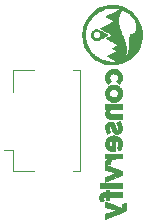
<source format=gbr>
G04 #@! TF.GenerationSoftware,KiCad,Pcbnew,5.0.0-fee4fd1~66~ubuntu16.04.1*
G04 #@! TF.CreationDate,2018-09-07T15:40:04-07:00*
G04 #@! TF.ProjectId,fk-weather-sensors,666B2D776561746865722D73656E736F,rev?*
G04 #@! TF.SameCoordinates,Original*
G04 #@! TF.FileFunction,Legend,Bot*
G04 #@! TF.FilePolarity,Positive*
%FSLAX46Y46*%
G04 Gerber Fmt 4.6, Leading zero omitted, Abs format (unit mm)*
G04 Created by KiCad (PCBNEW 5.0.0-fee4fd1~66~ubuntu16.04.1) date Fri Sep  7 15:40:04 2018*
%MOMM*%
%LPD*%
G01*
G04 APERTURE LIST*
%ADD10C,0.010000*%
%ADD11C,0.120000*%
G04 APERTURE END LIST*
D10*
G04 #@! TO.C,G\002A\002A\002A*
G36*
X147844033Y-108600309D02*
X147844629Y-108656187D01*
X147845847Y-108704299D01*
X147847871Y-108747112D01*
X147850883Y-108787090D01*
X147855067Y-108826701D01*
X147860607Y-108868409D01*
X147867685Y-108914680D01*
X147875860Y-108964271D01*
X147910912Y-109134626D01*
X147957926Y-109301536D01*
X148016488Y-109464412D01*
X148086186Y-109622666D01*
X148166607Y-109775708D01*
X148257337Y-109922949D01*
X148357963Y-110063800D01*
X148468073Y-110197671D01*
X148587253Y-110323973D01*
X148715090Y-110442117D01*
X148851171Y-110551513D01*
X148995084Y-110651573D01*
X149106097Y-110719099D01*
X149264365Y-110802704D01*
X149426149Y-110874127D01*
X149591499Y-110933382D01*
X149760469Y-110980481D01*
X149933110Y-111015436D01*
X150109475Y-111038260D01*
X150289617Y-111048967D01*
X150464488Y-111047918D01*
X150639368Y-111035157D01*
X150812419Y-111010005D01*
X150983002Y-110972715D01*
X151150478Y-110923541D01*
X151314207Y-110862734D01*
X151473551Y-110790549D01*
X151627871Y-110707238D01*
X151776526Y-110613055D01*
X151918878Y-110508253D01*
X152002880Y-110438754D01*
X152044310Y-110401435D01*
X152090940Y-110356884D01*
X152140318Y-110307641D01*
X152189990Y-110256249D01*
X152237504Y-110205247D01*
X152280407Y-110157177D01*
X152316245Y-110114581D01*
X152318529Y-110111742D01*
X152425386Y-109968523D01*
X152521532Y-109819078D01*
X152606589Y-109664097D01*
X152680175Y-109504265D01*
X152737478Y-109353350D01*
X152789765Y-109181264D01*
X152829652Y-109007085D01*
X152857076Y-108831298D01*
X152871971Y-108654389D01*
X152874271Y-108476845D01*
X152869296Y-108365925D01*
X152851112Y-108188887D01*
X152820661Y-108014496D01*
X152778208Y-107843332D01*
X152724017Y-107675978D01*
X152658353Y-107513016D01*
X152581480Y-107355027D01*
X152493662Y-107202594D01*
X152395165Y-107056298D01*
X152286252Y-106916722D01*
X152167187Y-106784447D01*
X152136389Y-106753110D01*
X152006468Y-106632016D01*
X151869465Y-106521214D01*
X151725979Y-106420881D01*
X151576609Y-106331195D01*
X151421953Y-106252334D01*
X151262611Y-106184475D01*
X151140453Y-106142109D01*
X151140453Y-106389840D01*
X151149242Y-106391094D01*
X151167715Y-106396921D01*
X151194015Y-106406588D01*
X151226290Y-106419361D01*
X151262684Y-106434506D01*
X151301343Y-106451289D01*
X151340315Y-106468932D01*
X151376077Y-106486526D01*
X151419339Y-106509449D01*
X151467055Y-106535950D01*
X151516181Y-106564281D01*
X151563671Y-106592691D01*
X151606479Y-106619433D01*
X151634675Y-106638017D01*
X151753751Y-106725234D01*
X151869152Y-106821851D01*
X151979006Y-106926001D01*
X152081435Y-107035815D01*
X152174566Y-107149425D01*
X152241889Y-107242938D01*
X152277018Y-107303649D01*
X152308303Y-107375681D01*
X152335497Y-107458174D01*
X152358352Y-107550268D01*
X152376618Y-107651104D01*
X152389388Y-107753150D01*
X152391536Y-107786395D01*
X152392476Y-107828204D01*
X152392253Y-107874502D01*
X152390915Y-107921213D01*
X152388509Y-107964263D01*
X152386697Y-107985409D01*
X152374718Y-108069043D01*
X152356402Y-108146487D01*
X152332245Y-108216304D01*
X152302745Y-108277056D01*
X152268646Y-108327003D01*
X152238001Y-108359785D01*
X152205501Y-108384278D01*
X152168062Y-108402170D01*
X152122600Y-108415151D01*
X152099441Y-108419711D01*
X152038615Y-108433511D01*
X151988262Y-108451979D01*
X151946708Y-108476074D01*
X151912280Y-108506751D01*
X151884868Y-108542529D01*
X151865575Y-108576136D01*
X151849031Y-108613528D01*
X151835080Y-108655739D01*
X151823567Y-108703800D01*
X151814336Y-108758742D01*
X151807230Y-108821597D01*
X151802095Y-108893397D01*
X151798775Y-108975174D01*
X151797112Y-109067959D01*
X151796848Y-109125406D01*
X151795111Y-109274490D01*
X151790091Y-109411485D01*
X151781789Y-109536352D01*
X151770210Y-109649053D01*
X151755356Y-109749550D01*
X151742066Y-109816900D01*
X151708662Y-109942396D01*
X151665761Y-110062009D01*
X151613835Y-110174882D01*
X151553357Y-110280158D01*
X151484799Y-110376981D01*
X151408635Y-110464495D01*
X151357362Y-110514098D01*
X151331631Y-110537344D01*
X151365022Y-110470809D01*
X151381414Y-110436885D01*
X151398335Y-110399773D01*
X151413300Y-110365014D01*
X151420321Y-110347556D01*
X151436245Y-110301839D01*
X151452492Y-110247205D01*
X151468145Y-110187375D01*
X151482283Y-110126069D01*
X151493989Y-110067010D01*
X151501946Y-110016925D01*
X151506581Y-109972260D01*
X151510041Y-109918180D01*
X151512298Y-109857916D01*
X151513324Y-109794700D01*
X151513094Y-109731765D01*
X151511578Y-109672342D01*
X151508750Y-109619664D01*
X151505592Y-109585125D01*
X151480478Y-109417057D01*
X151443837Y-109246343D01*
X151396096Y-109074622D01*
X151337682Y-108903533D01*
X151307235Y-108825220D01*
X151296513Y-108798848D01*
X151286251Y-108774043D01*
X151275793Y-108749338D01*
X151264481Y-108723265D01*
X151251660Y-108694355D01*
X151236672Y-108661140D01*
X151218862Y-108622152D01*
X151197571Y-108575922D01*
X151172144Y-108520983D01*
X151145127Y-108462762D01*
X151072344Y-108294469D01*
X151010780Y-108127404D01*
X150960460Y-107961944D01*
X150921407Y-107798466D01*
X150893647Y-107637346D01*
X150877206Y-107478962D01*
X150872107Y-107323690D01*
X150878376Y-107171908D01*
X150896037Y-107023992D01*
X150925116Y-106880319D01*
X150965638Y-106741267D01*
X151017627Y-106607212D01*
X151021831Y-106597724D01*
X151036329Y-106566827D01*
X151053206Y-106533332D01*
X151071318Y-106499240D01*
X151089526Y-106466551D01*
X151106687Y-106437265D01*
X151121659Y-106413383D01*
X151133303Y-106396905D01*
X151140453Y-106389840D01*
X151140453Y-106142109D01*
X151099181Y-106127795D01*
X150932263Y-106082473D01*
X150762455Y-106048686D01*
X150590356Y-106026611D01*
X150416564Y-106016427D01*
X150288590Y-106017804D01*
X150288590Y-106248601D01*
X150363682Y-106248635D01*
X150440688Y-106250440D01*
X150516384Y-106253921D01*
X150587542Y-106258986D01*
X150650938Y-106265540D01*
X150679150Y-106269412D01*
X150722074Y-106276386D01*
X150767403Y-106284552D01*
X150813539Y-106293540D01*
X150858883Y-106302979D01*
X150901837Y-106312499D01*
X150940804Y-106321731D01*
X150974184Y-106330305D01*
X151000379Y-106337851D01*
X151017791Y-106343999D01*
X151024822Y-106348379D01*
X151024607Y-106349358D01*
X151018645Y-106352601D01*
X151002100Y-106361227D01*
X150975709Y-106374858D01*
X150940208Y-106393119D01*
X150896332Y-106415632D01*
X150844819Y-106442021D01*
X150786404Y-106471908D01*
X150721824Y-106504917D01*
X150651815Y-106540670D01*
X150577113Y-106578792D01*
X150498454Y-106618904D01*
X150416575Y-106660631D01*
X150413852Y-106662018D01*
X150331902Y-106703805D01*
X150253176Y-106744023D01*
X150178409Y-106782295D01*
X150108334Y-106818240D01*
X150043685Y-106851480D01*
X149985197Y-106881636D01*
X149933603Y-106908329D01*
X149889637Y-106931179D01*
X149854034Y-106949807D01*
X149827527Y-106963835D01*
X149810851Y-106972883D01*
X149804739Y-106976572D01*
X149804726Y-106976599D01*
X149809922Y-106980374D01*
X149825411Y-106989580D01*
X149850263Y-107003707D01*
X149883546Y-107022243D01*
X149924331Y-107044677D01*
X149971685Y-107070498D01*
X150024679Y-107099196D01*
X150082382Y-107130258D01*
X150143863Y-107163174D01*
X150165001Y-107174451D01*
X150227571Y-107207870D01*
X150286713Y-107239586D01*
X150341492Y-107269090D01*
X150390971Y-107295871D01*
X150434215Y-107319419D01*
X150470290Y-107339226D01*
X150498260Y-107354780D01*
X150517189Y-107365572D01*
X150526143Y-107371093D01*
X150526750Y-107371671D01*
X150521231Y-107375131D01*
X150505169Y-107384028D01*
X150479304Y-107397972D01*
X150444380Y-107416574D01*
X150401136Y-107439444D01*
X150350314Y-107466192D01*
X150292656Y-107496429D01*
X150228902Y-107529765D01*
X150159795Y-107565811D01*
X150086076Y-107604177D01*
X150008486Y-107644474D01*
X149940962Y-107679478D01*
X149860606Y-107721117D01*
X149783425Y-107761147D01*
X149710168Y-107799177D01*
X149641583Y-107834818D01*
X149578419Y-107867678D01*
X149521423Y-107897368D01*
X149471344Y-107923499D01*
X149428931Y-107945679D01*
X149394931Y-107963519D01*
X149370093Y-107976629D01*
X149355165Y-107984619D01*
X149350836Y-107987083D01*
X149355673Y-107990612D01*
X149370952Y-107999678D01*
X149395900Y-108013859D01*
X149429743Y-108032731D01*
X149471708Y-108055872D01*
X149521022Y-108082859D01*
X149576913Y-108113269D01*
X149638607Y-108146679D01*
X149705331Y-108182667D01*
X149776312Y-108220809D01*
X149850776Y-108260683D01*
X149863531Y-108267500D01*
X149938594Y-108307636D01*
X150010384Y-108346089D01*
X150078119Y-108382436D01*
X150141019Y-108416254D01*
X150198303Y-108447123D01*
X150249189Y-108474620D01*
X150292898Y-108498322D01*
X150328647Y-108517808D01*
X150355657Y-108532656D01*
X150373145Y-108542443D01*
X150380332Y-108546748D01*
X150380474Y-108546900D01*
X150374991Y-108550359D01*
X150359308Y-108559048D01*
X150334519Y-108572388D01*
X150301720Y-108589801D01*
X150262004Y-108610708D01*
X150216466Y-108634531D01*
X150166200Y-108660692D01*
X150112302Y-108688613D01*
X150110667Y-108689458D01*
X150056671Y-108717448D01*
X150006281Y-108743738D01*
X149960591Y-108767744D01*
X149920696Y-108788883D01*
X149887690Y-108806572D01*
X149862668Y-108820227D01*
X149846724Y-108829266D01*
X149840954Y-108833106D01*
X149840950Y-108833133D01*
X149846421Y-108836694D01*
X149862305Y-108845792D01*
X149887804Y-108859995D01*
X149922122Y-108878870D01*
X149964461Y-108901984D01*
X150014024Y-108928904D01*
X150070016Y-108959197D01*
X150131638Y-108992431D01*
X150198094Y-109028172D01*
X150268587Y-109065988D01*
X150337837Y-109103049D01*
X150412034Y-109142721D01*
X150483416Y-109180905D01*
X150551134Y-109217144D01*
X150614339Y-109250985D01*
X150672183Y-109281973D01*
X150723817Y-109309652D01*
X150768394Y-109333569D01*
X150805065Y-109353268D01*
X150832982Y-109368294D01*
X150851296Y-109378194D01*
X150858812Y-109382313D01*
X150882900Y-109395953D01*
X150630212Y-109526623D01*
X150578032Y-109553722D01*
X150529529Y-109579134D01*
X150485828Y-109602254D01*
X150448056Y-109622475D01*
X150417338Y-109639192D01*
X150394800Y-109651798D01*
X150381569Y-109659686D01*
X150378432Y-109662167D01*
X150384049Y-109666173D01*
X150399633Y-109675428D01*
X150423931Y-109689233D01*
X150455689Y-109706893D01*
X150493653Y-109727709D01*
X150536569Y-109750984D01*
X150583087Y-109775970D01*
X150629472Y-109800920D01*
X150671949Y-109824060D01*
X150709301Y-109844706D01*
X150740311Y-109862170D01*
X150763761Y-109875768D01*
X150778433Y-109884813D01*
X150783111Y-109888620D01*
X150783100Y-109888632D01*
X150776990Y-109892081D01*
X150760478Y-109900892D01*
X150734449Y-109914604D01*
X150699788Y-109932756D01*
X150657378Y-109954888D01*
X150608105Y-109980537D01*
X150552853Y-110009244D01*
X150492506Y-110040546D01*
X150427950Y-110073984D01*
X150360068Y-110109096D01*
X150357894Y-110110221D01*
X150290030Y-110145341D01*
X150225554Y-110178790D01*
X150165339Y-110210111D01*
X150110258Y-110238845D01*
X150061187Y-110264532D01*
X150019000Y-110286714D01*
X149984571Y-110304933D01*
X149958773Y-110318730D01*
X149942482Y-110327647D01*
X149936572Y-110331224D01*
X149936564Y-110331250D01*
X149941947Y-110334865D01*
X149957464Y-110344298D01*
X149982240Y-110359038D01*
X150015398Y-110378571D01*
X150056064Y-110402387D01*
X150103361Y-110429973D01*
X150156414Y-110460818D01*
X150214346Y-110494409D01*
X150276283Y-110530234D01*
X150327001Y-110559509D01*
X150391338Y-110596712D01*
X150452235Y-110632120D01*
X150508831Y-110665221D01*
X150560262Y-110695499D01*
X150605666Y-110722441D01*
X150644181Y-110745534D01*
X150674944Y-110764264D01*
X150697094Y-110778118D01*
X150709767Y-110786582D01*
X150712510Y-110789120D01*
X150702020Y-110793344D01*
X150680499Y-110797570D01*
X150649618Y-110801670D01*
X150611044Y-110805517D01*
X150566448Y-110808982D01*
X150517498Y-110811939D01*
X150465864Y-110814258D01*
X150413214Y-110815812D01*
X150361218Y-110816473D01*
X150355300Y-110816486D01*
X150246085Y-110814830D01*
X150145480Y-110809352D01*
X150049864Y-110799651D01*
X149955615Y-110785320D01*
X149859113Y-110765958D01*
X149818725Y-110756631D01*
X149657256Y-110711993D01*
X149501821Y-110656511D01*
X149351448Y-110589759D01*
X149205165Y-110511311D01*
X149078950Y-110432197D01*
X149012968Y-110386694D01*
X148953270Y-110342508D01*
X148896933Y-110297216D01*
X148841036Y-110248393D01*
X148782656Y-110193614D01*
X148735777Y-110147456D01*
X148654865Y-110063426D01*
X148583047Y-109981966D01*
X148517989Y-109900112D01*
X148457352Y-109814902D01*
X148398801Y-109723371D01*
X148390158Y-109709088D01*
X148308821Y-109561673D01*
X148239190Y-109410035D01*
X148181245Y-109254834D01*
X148134970Y-109096730D01*
X148100346Y-108936385D01*
X148077355Y-108774457D01*
X148065980Y-108611609D01*
X148066202Y-108448501D01*
X148078003Y-108285794D01*
X148101366Y-108124147D01*
X148136272Y-107964222D01*
X148182704Y-107806679D01*
X148240643Y-107652178D01*
X148310071Y-107501381D01*
X148390971Y-107354948D01*
X148457050Y-107251500D01*
X148557211Y-107114766D01*
X148666364Y-106986703D01*
X148783935Y-106867648D01*
X148909350Y-106757937D01*
X149042036Y-106657908D01*
X149181417Y-106567896D01*
X149326920Y-106488240D01*
X149477971Y-106419274D01*
X149633996Y-106361337D01*
X149794421Y-106314765D01*
X149958671Y-106279895D01*
X150126173Y-106257062D01*
X150157055Y-106254220D01*
X150218639Y-106250431D01*
X150288590Y-106248601D01*
X150288590Y-106017804D01*
X150241680Y-106018310D01*
X150066301Y-106032439D01*
X149891027Y-106058991D01*
X149834167Y-106070329D01*
X149663090Y-106112825D01*
X149496898Y-106166740D01*
X149336031Y-106231619D01*
X149180926Y-106307007D01*
X149032021Y-106392449D01*
X148889756Y-106487491D01*
X148754567Y-106591678D01*
X148626894Y-106704555D01*
X148507173Y-106825667D01*
X148395845Y-106954560D01*
X148293346Y-107090778D01*
X148200115Y-107233868D01*
X148116590Y-107383374D01*
X148043210Y-107538842D01*
X147980412Y-107699817D01*
X147928635Y-107865843D01*
X147888317Y-108036467D01*
X147876095Y-108102400D01*
X147867360Y-108154632D01*
X147860339Y-108200389D01*
X147854849Y-108242110D01*
X147850708Y-108282232D01*
X147847735Y-108323191D01*
X147845747Y-108367427D01*
X147844563Y-108417375D01*
X147844000Y-108475473D01*
X147843875Y-108534200D01*
X147844033Y-108600309D01*
X147844033Y-108600309D01*
G37*
X147844033Y-108600309D02*
X147844629Y-108656187D01*
X147845847Y-108704299D01*
X147847871Y-108747112D01*
X147850883Y-108787090D01*
X147855067Y-108826701D01*
X147860607Y-108868409D01*
X147867685Y-108914680D01*
X147875860Y-108964271D01*
X147910912Y-109134626D01*
X147957926Y-109301536D01*
X148016488Y-109464412D01*
X148086186Y-109622666D01*
X148166607Y-109775708D01*
X148257337Y-109922949D01*
X148357963Y-110063800D01*
X148468073Y-110197671D01*
X148587253Y-110323973D01*
X148715090Y-110442117D01*
X148851171Y-110551513D01*
X148995084Y-110651573D01*
X149106097Y-110719099D01*
X149264365Y-110802704D01*
X149426149Y-110874127D01*
X149591499Y-110933382D01*
X149760469Y-110980481D01*
X149933110Y-111015436D01*
X150109475Y-111038260D01*
X150289617Y-111048967D01*
X150464488Y-111047918D01*
X150639368Y-111035157D01*
X150812419Y-111010005D01*
X150983002Y-110972715D01*
X151150478Y-110923541D01*
X151314207Y-110862734D01*
X151473551Y-110790549D01*
X151627871Y-110707238D01*
X151776526Y-110613055D01*
X151918878Y-110508253D01*
X152002880Y-110438754D01*
X152044310Y-110401435D01*
X152090940Y-110356884D01*
X152140318Y-110307641D01*
X152189990Y-110256249D01*
X152237504Y-110205247D01*
X152280407Y-110157177D01*
X152316245Y-110114581D01*
X152318529Y-110111742D01*
X152425386Y-109968523D01*
X152521532Y-109819078D01*
X152606589Y-109664097D01*
X152680175Y-109504265D01*
X152737478Y-109353350D01*
X152789765Y-109181264D01*
X152829652Y-109007085D01*
X152857076Y-108831298D01*
X152871971Y-108654389D01*
X152874271Y-108476845D01*
X152869296Y-108365925D01*
X152851112Y-108188887D01*
X152820661Y-108014496D01*
X152778208Y-107843332D01*
X152724017Y-107675978D01*
X152658353Y-107513016D01*
X152581480Y-107355027D01*
X152493662Y-107202594D01*
X152395165Y-107056298D01*
X152286252Y-106916722D01*
X152167187Y-106784447D01*
X152136389Y-106753110D01*
X152006468Y-106632016D01*
X151869465Y-106521214D01*
X151725979Y-106420881D01*
X151576609Y-106331195D01*
X151421953Y-106252334D01*
X151262611Y-106184475D01*
X151140453Y-106142109D01*
X151140453Y-106389840D01*
X151149242Y-106391094D01*
X151167715Y-106396921D01*
X151194015Y-106406588D01*
X151226290Y-106419361D01*
X151262684Y-106434506D01*
X151301343Y-106451289D01*
X151340315Y-106468932D01*
X151376077Y-106486526D01*
X151419339Y-106509449D01*
X151467055Y-106535950D01*
X151516181Y-106564281D01*
X151563671Y-106592691D01*
X151606479Y-106619433D01*
X151634675Y-106638017D01*
X151753751Y-106725234D01*
X151869152Y-106821851D01*
X151979006Y-106926001D01*
X152081435Y-107035815D01*
X152174566Y-107149425D01*
X152241889Y-107242938D01*
X152277018Y-107303649D01*
X152308303Y-107375681D01*
X152335497Y-107458174D01*
X152358352Y-107550268D01*
X152376618Y-107651104D01*
X152389388Y-107753150D01*
X152391536Y-107786395D01*
X152392476Y-107828204D01*
X152392253Y-107874502D01*
X152390915Y-107921213D01*
X152388509Y-107964263D01*
X152386697Y-107985409D01*
X152374718Y-108069043D01*
X152356402Y-108146487D01*
X152332245Y-108216304D01*
X152302745Y-108277056D01*
X152268646Y-108327003D01*
X152238001Y-108359785D01*
X152205501Y-108384278D01*
X152168062Y-108402170D01*
X152122600Y-108415151D01*
X152099441Y-108419711D01*
X152038615Y-108433511D01*
X151988262Y-108451979D01*
X151946708Y-108476074D01*
X151912280Y-108506751D01*
X151884868Y-108542529D01*
X151865575Y-108576136D01*
X151849031Y-108613528D01*
X151835080Y-108655739D01*
X151823567Y-108703800D01*
X151814336Y-108758742D01*
X151807230Y-108821597D01*
X151802095Y-108893397D01*
X151798775Y-108975174D01*
X151797112Y-109067959D01*
X151796848Y-109125406D01*
X151795111Y-109274490D01*
X151790091Y-109411485D01*
X151781789Y-109536352D01*
X151770210Y-109649053D01*
X151755356Y-109749550D01*
X151742066Y-109816900D01*
X151708662Y-109942396D01*
X151665761Y-110062009D01*
X151613835Y-110174882D01*
X151553357Y-110280158D01*
X151484799Y-110376981D01*
X151408635Y-110464495D01*
X151357362Y-110514098D01*
X151331631Y-110537344D01*
X151365022Y-110470809D01*
X151381414Y-110436885D01*
X151398335Y-110399773D01*
X151413300Y-110365014D01*
X151420321Y-110347556D01*
X151436245Y-110301839D01*
X151452492Y-110247205D01*
X151468145Y-110187375D01*
X151482283Y-110126069D01*
X151493989Y-110067010D01*
X151501946Y-110016925D01*
X151506581Y-109972260D01*
X151510041Y-109918180D01*
X151512298Y-109857916D01*
X151513324Y-109794700D01*
X151513094Y-109731765D01*
X151511578Y-109672342D01*
X151508750Y-109619664D01*
X151505592Y-109585125D01*
X151480478Y-109417057D01*
X151443837Y-109246343D01*
X151396096Y-109074622D01*
X151337682Y-108903533D01*
X151307235Y-108825220D01*
X151296513Y-108798848D01*
X151286251Y-108774043D01*
X151275793Y-108749338D01*
X151264481Y-108723265D01*
X151251660Y-108694355D01*
X151236672Y-108661140D01*
X151218862Y-108622152D01*
X151197571Y-108575922D01*
X151172144Y-108520983D01*
X151145127Y-108462762D01*
X151072344Y-108294469D01*
X151010780Y-108127404D01*
X150960460Y-107961944D01*
X150921407Y-107798466D01*
X150893647Y-107637346D01*
X150877206Y-107478962D01*
X150872107Y-107323690D01*
X150878376Y-107171908D01*
X150896037Y-107023992D01*
X150925116Y-106880319D01*
X150965638Y-106741267D01*
X151017627Y-106607212D01*
X151021831Y-106597724D01*
X151036329Y-106566827D01*
X151053206Y-106533332D01*
X151071318Y-106499240D01*
X151089526Y-106466551D01*
X151106687Y-106437265D01*
X151121659Y-106413383D01*
X151133303Y-106396905D01*
X151140453Y-106389840D01*
X151140453Y-106142109D01*
X151099181Y-106127795D01*
X150932263Y-106082473D01*
X150762455Y-106048686D01*
X150590356Y-106026611D01*
X150416564Y-106016427D01*
X150288590Y-106017804D01*
X150288590Y-106248601D01*
X150363682Y-106248635D01*
X150440688Y-106250440D01*
X150516384Y-106253921D01*
X150587542Y-106258986D01*
X150650938Y-106265540D01*
X150679150Y-106269412D01*
X150722074Y-106276386D01*
X150767403Y-106284552D01*
X150813539Y-106293540D01*
X150858883Y-106302979D01*
X150901837Y-106312499D01*
X150940804Y-106321731D01*
X150974184Y-106330305D01*
X151000379Y-106337851D01*
X151017791Y-106343999D01*
X151024822Y-106348379D01*
X151024607Y-106349358D01*
X151018645Y-106352601D01*
X151002100Y-106361227D01*
X150975709Y-106374858D01*
X150940208Y-106393119D01*
X150896332Y-106415632D01*
X150844819Y-106442021D01*
X150786404Y-106471908D01*
X150721824Y-106504917D01*
X150651815Y-106540670D01*
X150577113Y-106578792D01*
X150498454Y-106618904D01*
X150416575Y-106660631D01*
X150413852Y-106662018D01*
X150331902Y-106703805D01*
X150253176Y-106744023D01*
X150178409Y-106782295D01*
X150108334Y-106818240D01*
X150043685Y-106851480D01*
X149985197Y-106881636D01*
X149933603Y-106908329D01*
X149889637Y-106931179D01*
X149854034Y-106949807D01*
X149827527Y-106963835D01*
X149810851Y-106972883D01*
X149804739Y-106976572D01*
X149804726Y-106976599D01*
X149809922Y-106980374D01*
X149825411Y-106989580D01*
X149850263Y-107003707D01*
X149883546Y-107022243D01*
X149924331Y-107044677D01*
X149971685Y-107070498D01*
X150024679Y-107099196D01*
X150082382Y-107130258D01*
X150143863Y-107163174D01*
X150165001Y-107174451D01*
X150227571Y-107207870D01*
X150286713Y-107239586D01*
X150341492Y-107269090D01*
X150390971Y-107295871D01*
X150434215Y-107319419D01*
X150470290Y-107339226D01*
X150498260Y-107354780D01*
X150517189Y-107365572D01*
X150526143Y-107371093D01*
X150526750Y-107371671D01*
X150521231Y-107375131D01*
X150505169Y-107384028D01*
X150479304Y-107397972D01*
X150444380Y-107416574D01*
X150401136Y-107439444D01*
X150350314Y-107466192D01*
X150292656Y-107496429D01*
X150228902Y-107529765D01*
X150159795Y-107565811D01*
X150086076Y-107604177D01*
X150008486Y-107644474D01*
X149940962Y-107679478D01*
X149860606Y-107721117D01*
X149783425Y-107761147D01*
X149710168Y-107799177D01*
X149641583Y-107834818D01*
X149578419Y-107867678D01*
X149521423Y-107897368D01*
X149471344Y-107923499D01*
X149428931Y-107945679D01*
X149394931Y-107963519D01*
X149370093Y-107976629D01*
X149355165Y-107984619D01*
X149350836Y-107987083D01*
X149355673Y-107990612D01*
X149370952Y-107999678D01*
X149395900Y-108013859D01*
X149429743Y-108032731D01*
X149471708Y-108055872D01*
X149521022Y-108082859D01*
X149576913Y-108113269D01*
X149638607Y-108146679D01*
X149705331Y-108182667D01*
X149776312Y-108220809D01*
X149850776Y-108260683D01*
X149863531Y-108267500D01*
X149938594Y-108307636D01*
X150010384Y-108346089D01*
X150078119Y-108382436D01*
X150141019Y-108416254D01*
X150198303Y-108447123D01*
X150249189Y-108474620D01*
X150292898Y-108498322D01*
X150328647Y-108517808D01*
X150355657Y-108532656D01*
X150373145Y-108542443D01*
X150380332Y-108546748D01*
X150380474Y-108546900D01*
X150374991Y-108550359D01*
X150359308Y-108559048D01*
X150334519Y-108572388D01*
X150301720Y-108589801D01*
X150262004Y-108610708D01*
X150216466Y-108634531D01*
X150166200Y-108660692D01*
X150112302Y-108688613D01*
X150110667Y-108689458D01*
X150056671Y-108717448D01*
X150006281Y-108743738D01*
X149960591Y-108767744D01*
X149920696Y-108788883D01*
X149887690Y-108806572D01*
X149862668Y-108820227D01*
X149846724Y-108829266D01*
X149840954Y-108833106D01*
X149840950Y-108833133D01*
X149846421Y-108836694D01*
X149862305Y-108845792D01*
X149887804Y-108859995D01*
X149922122Y-108878870D01*
X149964461Y-108901984D01*
X150014024Y-108928904D01*
X150070016Y-108959197D01*
X150131638Y-108992431D01*
X150198094Y-109028172D01*
X150268587Y-109065988D01*
X150337837Y-109103049D01*
X150412034Y-109142721D01*
X150483416Y-109180905D01*
X150551134Y-109217144D01*
X150614339Y-109250985D01*
X150672183Y-109281973D01*
X150723817Y-109309652D01*
X150768394Y-109333569D01*
X150805065Y-109353268D01*
X150832982Y-109368294D01*
X150851296Y-109378194D01*
X150858812Y-109382313D01*
X150882900Y-109395953D01*
X150630212Y-109526623D01*
X150578032Y-109553722D01*
X150529529Y-109579134D01*
X150485828Y-109602254D01*
X150448056Y-109622475D01*
X150417338Y-109639192D01*
X150394800Y-109651798D01*
X150381569Y-109659686D01*
X150378432Y-109662167D01*
X150384049Y-109666173D01*
X150399633Y-109675428D01*
X150423931Y-109689233D01*
X150455689Y-109706893D01*
X150493653Y-109727709D01*
X150536569Y-109750984D01*
X150583087Y-109775970D01*
X150629472Y-109800920D01*
X150671949Y-109824060D01*
X150709301Y-109844706D01*
X150740311Y-109862170D01*
X150763761Y-109875768D01*
X150778433Y-109884813D01*
X150783111Y-109888620D01*
X150783100Y-109888632D01*
X150776990Y-109892081D01*
X150760478Y-109900892D01*
X150734449Y-109914604D01*
X150699788Y-109932756D01*
X150657378Y-109954888D01*
X150608105Y-109980537D01*
X150552853Y-110009244D01*
X150492506Y-110040546D01*
X150427950Y-110073984D01*
X150360068Y-110109096D01*
X150357894Y-110110221D01*
X150290030Y-110145341D01*
X150225554Y-110178790D01*
X150165339Y-110210111D01*
X150110258Y-110238845D01*
X150061187Y-110264532D01*
X150019000Y-110286714D01*
X149984571Y-110304933D01*
X149958773Y-110318730D01*
X149942482Y-110327647D01*
X149936572Y-110331224D01*
X149936564Y-110331250D01*
X149941947Y-110334865D01*
X149957464Y-110344298D01*
X149982240Y-110359038D01*
X150015398Y-110378571D01*
X150056064Y-110402387D01*
X150103361Y-110429973D01*
X150156414Y-110460818D01*
X150214346Y-110494409D01*
X150276283Y-110530234D01*
X150327001Y-110559509D01*
X150391338Y-110596712D01*
X150452235Y-110632120D01*
X150508831Y-110665221D01*
X150560262Y-110695499D01*
X150605666Y-110722441D01*
X150644181Y-110745534D01*
X150674944Y-110764264D01*
X150697094Y-110778118D01*
X150709767Y-110786582D01*
X150712510Y-110789120D01*
X150702020Y-110793344D01*
X150680499Y-110797570D01*
X150649618Y-110801670D01*
X150611044Y-110805517D01*
X150566448Y-110808982D01*
X150517498Y-110811939D01*
X150465864Y-110814258D01*
X150413214Y-110815812D01*
X150361218Y-110816473D01*
X150355300Y-110816486D01*
X150246085Y-110814830D01*
X150145480Y-110809352D01*
X150049864Y-110799651D01*
X149955615Y-110785320D01*
X149859113Y-110765958D01*
X149818725Y-110756631D01*
X149657256Y-110711993D01*
X149501821Y-110656511D01*
X149351448Y-110589759D01*
X149205165Y-110511311D01*
X149078950Y-110432197D01*
X149012968Y-110386694D01*
X148953270Y-110342508D01*
X148896933Y-110297216D01*
X148841036Y-110248393D01*
X148782656Y-110193614D01*
X148735777Y-110147456D01*
X148654865Y-110063426D01*
X148583047Y-109981966D01*
X148517989Y-109900112D01*
X148457352Y-109814902D01*
X148398801Y-109723371D01*
X148390158Y-109709088D01*
X148308821Y-109561673D01*
X148239190Y-109410035D01*
X148181245Y-109254834D01*
X148134970Y-109096730D01*
X148100346Y-108936385D01*
X148077355Y-108774457D01*
X148065980Y-108611609D01*
X148066202Y-108448501D01*
X148078003Y-108285794D01*
X148101366Y-108124147D01*
X148136272Y-107964222D01*
X148182704Y-107806679D01*
X148240643Y-107652178D01*
X148310071Y-107501381D01*
X148390971Y-107354948D01*
X148457050Y-107251500D01*
X148557211Y-107114766D01*
X148666364Y-106986703D01*
X148783935Y-106867648D01*
X148909350Y-106757937D01*
X149042036Y-106657908D01*
X149181417Y-106567896D01*
X149326920Y-106488240D01*
X149477971Y-106419274D01*
X149633996Y-106361337D01*
X149794421Y-106314765D01*
X149958671Y-106279895D01*
X150126173Y-106257062D01*
X150157055Y-106254220D01*
X150218639Y-106250431D01*
X150288590Y-106248601D01*
X150288590Y-106017804D01*
X150241680Y-106018310D01*
X150066301Y-106032439D01*
X149891027Y-106058991D01*
X149834167Y-106070329D01*
X149663090Y-106112825D01*
X149496898Y-106166740D01*
X149336031Y-106231619D01*
X149180926Y-106307007D01*
X149032021Y-106392449D01*
X148889756Y-106487491D01*
X148754567Y-106591678D01*
X148626894Y-106704555D01*
X148507173Y-106825667D01*
X148395845Y-106954560D01*
X148293346Y-107090778D01*
X148200115Y-107233868D01*
X148116590Y-107383374D01*
X148043210Y-107538842D01*
X147980412Y-107699817D01*
X147928635Y-107865843D01*
X147888317Y-108036467D01*
X147876095Y-108102400D01*
X147867360Y-108154632D01*
X147860339Y-108200389D01*
X147854849Y-108242110D01*
X147850708Y-108282232D01*
X147847735Y-108323191D01*
X147845747Y-108367427D01*
X147844563Y-108417375D01*
X147844000Y-108475473D01*
X147843875Y-108534200D01*
X147844033Y-108600309D01*
G36*
X149790224Y-123948993D02*
X149790435Y-123994248D01*
X149790765Y-124033688D01*
X149791196Y-124065817D01*
X149791708Y-124089139D01*
X149792284Y-124102157D01*
X149792653Y-124104400D01*
X149799883Y-124102183D01*
X149818105Y-124095752D01*
X149846456Y-124085436D01*
X149884068Y-124071563D01*
X149930076Y-124054463D01*
X149983613Y-124034463D01*
X150043813Y-124011894D01*
X150109811Y-123987083D01*
X150180741Y-123960359D01*
X150255736Y-123932051D01*
X150333930Y-123902489D01*
X150414458Y-123872000D01*
X150496453Y-123840914D01*
X150579049Y-123809559D01*
X150661380Y-123778264D01*
X150742581Y-123747358D01*
X150821785Y-123717170D01*
X150898126Y-123688028D01*
X150970738Y-123660262D01*
X151038755Y-123634199D01*
X151101311Y-123610170D01*
X151157540Y-123588502D01*
X151206576Y-123569524D01*
X151247554Y-123553566D01*
X151279606Y-123540955D01*
X151301867Y-123532022D01*
X151313471Y-123527094D01*
X151314150Y-123526765D01*
X151384392Y-123486808D01*
X151442673Y-123443309D01*
X151489325Y-123395895D01*
X151524685Y-123344195D01*
X151549087Y-123287837D01*
X151557533Y-123256675D01*
X151565082Y-123210846D01*
X151569635Y-123158246D01*
X151570928Y-123104506D01*
X151568695Y-123055257D01*
X151567528Y-123044082D01*
X151555860Y-122977837D01*
X151536139Y-122911594D01*
X151528705Y-122891550D01*
X151517729Y-122864751D01*
X151505752Y-122838159D01*
X151494059Y-122814324D01*
X151483932Y-122795797D01*
X151476652Y-122785128D01*
X151474396Y-122783533D01*
X151466492Y-122786108D01*
X151449409Y-122793303D01*
X151425056Y-122804202D01*
X151395341Y-122817891D01*
X151362172Y-122833457D01*
X151327458Y-122849986D01*
X151293108Y-122866563D01*
X151261031Y-122882275D01*
X151233135Y-122896207D01*
X151211329Y-122907446D01*
X151197522Y-122915076D01*
X151193500Y-122918051D01*
X151196179Y-122926476D01*
X151203074Y-122942144D01*
X151209427Y-122955154D01*
X151230586Y-123006720D01*
X151241570Y-123056946D01*
X151242072Y-123103889D01*
X151237212Y-123129675D01*
X151227537Y-123150360D01*
X151211282Y-123172066D01*
X151191909Y-123191064D01*
X151172881Y-123203629D01*
X151166322Y-123205976D01*
X151157775Y-123204244D01*
X151137454Y-123197754D01*
X151105360Y-123186507D01*
X151061495Y-123170505D01*
X151005859Y-123149747D01*
X150938455Y-123124234D01*
X150859284Y-123093966D01*
X150768345Y-123058945D01*
X150665642Y-123019169D01*
X150551175Y-122974641D01*
X150476996Y-122945700D01*
X150388564Y-122911183D01*
X150303411Y-122877986D01*
X150222287Y-122846397D01*
X150145941Y-122816707D01*
X150075123Y-122789207D01*
X150010583Y-122764185D01*
X149953070Y-122741934D01*
X149903334Y-122722741D01*
X149862123Y-122706899D01*
X149830188Y-122694697D01*
X149808279Y-122686425D01*
X149797144Y-122682373D01*
X149795872Y-122682000D01*
X149794319Y-122688180D01*
X149793072Y-122706052D01*
X149792149Y-122734608D01*
X149791573Y-122772842D01*
X149791363Y-122819749D01*
X149791540Y-122874323D01*
X149791650Y-122889435D01*
X149793325Y-123096870D01*
X150706345Y-123401206D01*
X150383185Y-123505009D01*
X150316288Y-123526486D01*
X150248603Y-123548197D01*
X150181948Y-123569560D01*
X150118137Y-123589993D01*
X150058986Y-123608916D01*
X150006312Y-123625747D01*
X149961929Y-123639906D01*
X149927655Y-123650810D01*
X149925087Y-123651626D01*
X149790150Y-123694439D01*
X149790150Y-123899419D01*
X149790224Y-123948993D01*
X149790224Y-123948993D01*
G37*
X149790224Y-123948993D02*
X149790435Y-123994248D01*
X149790765Y-124033688D01*
X149791196Y-124065817D01*
X149791708Y-124089139D01*
X149792284Y-124102157D01*
X149792653Y-124104400D01*
X149799883Y-124102183D01*
X149818105Y-124095752D01*
X149846456Y-124085436D01*
X149884068Y-124071563D01*
X149930076Y-124054463D01*
X149983613Y-124034463D01*
X150043813Y-124011894D01*
X150109811Y-123987083D01*
X150180741Y-123960359D01*
X150255736Y-123932051D01*
X150333930Y-123902489D01*
X150414458Y-123872000D01*
X150496453Y-123840914D01*
X150579049Y-123809559D01*
X150661380Y-123778264D01*
X150742581Y-123747358D01*
X150821785Y-123717170D01*
X150898126Y-123688028D01*
X150970738Y-123660262D01*
X151038755Y-123634199D01*
X151101311Y-123610170D01*
X151157540Y-123588502D01*
X151206576Y-123569524D01*
X151247554Y-123553566D01*
X151279606Y-123540955D01*
X151301867Y-123532022D01*
X151313471Y-123527094D01*
X151314150Y-123526765D01*
X151384392Y-123486808D01*
X151442673Y-123443309D01*
X151489325Y-123395895D01*
X151524685Y-123344195D01*
X151549087Y-123287837D01*
X151557533Y-123256675D01*
X151565082Y-123210846D01*
X151569635Y-123158246D01*
X151570928Y-123104506D01*
X151568695Y-123055257D01*
X151567528Y-123044082D01*
X151555860Y-122977837D01*
X151536139Y-122911594D01*
X151528705Y-122891550D01*
X151517729Y-122864751D01*
X151505752Y-122838159D01*
X151494059Y-122814324D01*
X151483932Y-122795797D01*
X151476652Y-122785128D01*
X151474396Y-122783533D01*
X151466492Y-122786108D01*
X151449409Y-122793303D01*
X151425056Y-122804202D01*
X151395341Y-122817891D01*
X151362172Y-122833457D01*
X151327458Y-122849986D01*
X151293108Y-122866563D01*
X151261031Y-122882275D01*
X151233135Y-122896207D01*
X151211329Y-122907446D01*
X151197522Y-122915076D01*
X151193500Y-122918051D01*
X151196179Y-122926476D01*
X151203074Y-122942144D01*
X151209427Y-122955154D01*
X151230586Y-123006720D01*
X151241570Y-123056946D01*
X151242072Y-123103889D01*
X151237212Y-123129675D01*
X151227537Y-123150360D01*
X151211282Y-123172066D01*
X151191909Y-123191064D01*
X151172881Y-123203629D01*
X151166322Y-123205976D01*
X151157775Y-123204244D01*
X151137454Y-123197754D01*
X151105360Y-123186507D01*
X151061495Y-123170505D01*
X151005859Y-123149747D01*
X150938455Y-123124234D01*
X150859284Y-123093966D01*
X150768345Y-123058945D01*
X150665642Y-123019169D01*
X150551175Y-122974641D01*
X150476996Y-122945700D01*
X150388564Y-122911183D01*
X150303411Y-122877986D01*
X150222287Y-122846397D01*
X150145941Y-122816707D01*
X150075123Y-122789207D01*
X150010583Y-122764185D01*
X149953070Y-122741934D01*
X149903334Y-122722741D01*
X149862123Y-122706899D01*
X149830188Y-122694697D01*
X149808279Y-122686425D01*
X149797144Y-122682373D01*
X149795872Y-122682000D01*
X149794319Y-122688180D01*
X149793072Y-122706052D01*
X149792149Y-122734608D01*
X149791573Y-122772842D01*
X149791363Y-122819749D01*
X149791540Y-122874323D01*
X149791650Y-122889435D01*
X149793325Y-123096870D01*
X150706345Y-123401206D01*
X150383185Y-123505009D01*
X150316288Y-123526486D01*
X150248603Y-123548197D01*
X150181948Y-123569560D01*
X150118137Y-123589993D01*
X150058986Y-123608916D01*
X150006312Y-123625747D01*
X149961929Y-123639906D01*
X149927655Y-123650810D01*
X149925087Y-123651626D01*
X149790150Y-123694439D01*
X149790150Y-123899419D01*
X149790224Y-123948993D01*
G36*
X149768466Y-112246310D02*
X149781143Y-112333412D01*
X149802647Y-112413155D01*
X149833481Y-112486861D01*
X149874148Y-112555855D01*
X149925150Y-112621459D01*
X149955619Y-112654362D01*
X149994971Y-112694650D01*
X150033848Y-112657172D01*
X150051273Y-112640521D01*
X150075647Y-112617432D01*
X150104623Y-112590117D01*
X150135855Y-112560790D01*
X150163084Y-112535315D01*
X150253444Y-112450937D01*
X150214007Y-112407427D01*
X150173442Y-112358542D01*
X150143296Y-112312045D01*
X150122327Y-112265296D01*
X150109292Y-112215656D01*
X150103848Y-112173430D01*
X150104391Y-112109126D01*
X150116849Y-112049208D01*
X150141179Y-111993794D01*
X150177334Y-111943000D01*
X150202382Y-111916944D01*
X150254346Y-111875631D01*
X150311358Y-111845294D01*
X150374270Y-111825616D01*
X150443931Y-111816282D01*
X150475950Y-111815370D01*
X150547774Y-111820905D01*
X150614545Y-111837293D01*
X150675320Y-111864167D01*
X150729155Y-111901162D01*
X150752439Y-111922594D01*
X150790914Y-111968303D01*
X150818598Y-112017467D01*
X150836158Y-112071822D01*
X150844261Y-112133104D01*
X150845000Y-112163430D01*
X150839831Y-112224254D01*
X150824419Y-112282280D01*
X150798116Y-112339146D01*
X150760270Y-112396490D01*
X150744551Y-112416518D01*
X150728911Y-112435893D01*
X150715938Y-112452302D01*
X150708180Y-112462516D01*
X150707725Y-112463166D01*
X150707568Y-112467921D01*
X150712158Y-112476203D01*
X150722309Y-112488919D01*
X150738836Y-112506975D01*
X150762553Y-112531276D01*
X150794274Y-112562728D01*
X150818439Y-112586335D01*
X150935504Y-112700247D01*
X150972819Y-112663511D01*
X151021021Y-112611061D01*
X151065424Y-112553080D01*
X151104048Y-112492598D01*
X151134914Y-112432649D01*
X151152072Y-112388989D01*
X151166341Y-112335476D01*
X151177065Y-112273552D01*
X151183981Y-112207075D01*
X151186827Y-112139902D01*
X151185339Y-112075892D01*
X151179254Y-112018901D01*
X151177861Y-112010825D01*
X151155240Y-111919781D01*
X151121912Y-111833255D01*
X151078632Y-111752509D01*
X151026156Y-111678803D01*
X150965241Y-111613397D01*
X150913425Y-111569759D01*
X150836019Y-111519011D01*
X150754079Y-111479346D01*
X150668744Y-111450642D01*
X150581153Y-111432775D01*
X150492446Y-111425620D01*
X150403764Y-111429055D01*
X150316245Y-111442956D01*
X150231030Y-111467198D01*
X150149257Y-111501659D01*
X150072068Y-111546214D01*
X150000601Y-111600740D01*
X149935997Y-111665112D01*
X149925833Y-111676961D01*
X149871521Y-111750753D01*
X149828500Y-111829280D01*
X149796581Y-111913097D01*
X149775573Y-112002759D01*
X149765289Y-112098819D01*
X149764112Y-112150525D01*
X149768466Y-112246310D01*
X149768466Y-112246310D01*
G37*
X149768466Y-112246310D02*
X149781143Y-112333412D01*
X149802647Y-112413155D01*
X149833481Y-112486861D01*
X149874148Y-112555855D01*
X149925150Y-112621459D01*
X149955619Y-112654362D01*
X149994971Y-112694650D01*
X150033848Y-112657172D01*
X150051273Y-112640521D01*
X150075647Y-112617432D01*
X150104623Y-112590117D01*
X150135855Y-112560790D01*
X150163084Y-112535315D01*
X150253444Y-112450937D01*
X150214007Y-112407427D01*
X150173442Y-112358542D01*
X150143296Y-112312045D01*
X150122327Y-112265296D01*
X150109292Y-112215656D01*
X150103848Y-112173430D01*
X150104391Y-112109126D01*
X150116849Y-112049208D01*
X150141179Y-111993794D01*
X150177334Y-111943000D01*
X150202382Y-111916944D01*
X150254346Y-111875631D01*
X150311358Y-111845294D01*
X150374270Y-111825616D01*
X150443931Y-111816282D01*
X150475950Y-111815370D01*
X150547774Y-111820905D01*
X150614545Y-111837293D01*
X150675320Y-111864167D01*
X150729155Y-111901162D01*
X150752439Y-111922594D01*
X150790914Y-111968303D01*
X150818598Y-112017467D01*
X150836158Y-112071822D01*
X150844261Y-112133104D01*
X150845000Y-112163430D01*
X150839831Y-112224254D01*
X150824419Y-112282280D01*
X150798116Y-112339146D01*
X150760270Y-112396490D01*
X150744551Y-112416518D01*
X150728911Y-112435893D01*
X150715938Y-112452302D01*
X150708180Y-112462516D01*
X150707725Y-112463166D01*
X150707568Y-112467921D01*
X150712158Y-112476203D01*
X150722309Y-112488919D01*
X150738836Y-112506975D01*
X150762553Y-112531276D01*
X150794274Y-112562728D01*
X150818439Y-112586335D01*
X150935504Y-112700247D01*
X150972819Y-112663511D01*
X151021021Y-112611061D01*
X151065424Y-112553080D01*
X151104048Y-112492598D01*
X151134914Y-112432649D01*
X151152072Y-112388989D01*
X151166341Y-112335476D01*
X151177065Y-112273552D01*
X151183981Y-112207075D01*
X151186827Y-112139902D01*
X151185339Y-112075892D01*
X151179254Y-112018901D01*
X151177861Y-112010825D01*
X151155240Y-111919781D01*
X151121912Y-111833255D01*
X151078632Y-111752509D01*
X151026156Y-111678803D01*
X150965241Y-111613397D01*
X150913425Y-111569759D01*
X150836019Y-111519011D01*
X150754079Y-111479346D01*
X150668744Y-111450642D01*
X150581153Y-111432775D01*
X150492446Y-111425620D01*
X150403764Y-111429055D01*
X150316245Y-111442956D01*
X150231030Y-111467198D01*
X150149257Y-111501659D01*
X150072068Y-111546214D01*
X150000601Y-111600740D01*
X149935997Y-111665112D01*
X149925833Y-111676961D01*
X149871521Y-111750753D01*
X149828500Y-111829280D01*
X149796581Y-111913097D01*
X149775573Y-112002759D01*
X149765289Y-112098819D01*
X149764112Y-112150525D01*
X149768466Y-112246310D01*
G36*
X149765350Y-113553477D02*
X149769325Y-113603190D01*
X149774323Y-113637642D01*
X149798097Y-113733182D01*
X149832152Y-113822457D01*
X149875937Y-113904809D01*
X149928899Y-113979581D01*
X149990486Y-114046112D01*
X150060146Y-114103746D01*
X150137326Y-114151823D01*
X150221474Y-114189686D01*
X150244175Y-114197692D01*
X150329917Y-114220079D01*
X150418806Y-114231626D01*
X150508803Y-114232474D01*
X150597868Y-114222763D01*
X150683963Y-114202633D01*
X150765049Y-114172223D01*
X150789850Y-114160219D01*
X150872882Y-114110740D01*
X150947052Y-114052251D01*
X151012096Y-113985086D01*
X151067751Y-113909580D01*
X151113753Y-113826069D01*
X151149838Y-113734889D01*
X151165002Y-113682992D01*
X151171893Y-113654391D01*
X151176840Y-113628114D01*
X151180235Y-113600697D01*
X151182471Y-113568679D01*
X151183941Y-113528597D01*
X151184334Y-113512600D01*
X151184799Y-113454611D01*
X151183256Y-113407400D01*
X151179628Y-113369189D01*
X151177591Y-113356114D01*
X151154846Y-113260771D01*
X151121650Y-113171643D01*
X151078652Y-113089352D01*
X151026504Y-113014518D01*
X150965858Y-112947761D01*
X150897363Y-112889704D01*
X150821671Y-112840965D01*
X150739434Y-112802166D01*
X150651300Y-112773927D01*
X150557923Y-112756870D01*
X150547972Y-112755766D01*
X150481664Y-112753346D01*
X150481664Y-113142230D01*
X150547430Y-113149117D01*
X150610423Y-113166072D01*
X150668833Y-113192877D01*
X150720845Y-113229313D01*
X150730382Y-113237794D01*
X150767668Y-113275986D01*
X150795989Y-113314183D01*
X150818353Y-113356614D01*
X150823470Y-113368633D01*
X150837097Y-113414645D01*
X150844183Y-113467218D01*
X150844677Y-113522000D01*
X150838530Y-113574636D01*
X150826370Y-113619006D01*
X150797555Y-113678592D01*
X150759869Y-113729604D01*
X150713885Y-113771393D01*
X150665275Y-113800878D01*
X150617187Y-113821572D01*
X150571400Y-113834675D01*
X150522817Y-113841337D01*
X150479125Y-113842800D01*
X150406950Y-113837701D01*
X150341841Y-113822247D01*
X150283189Y-113796201D01*
X150230386Y-113759326D01*
X150205754Y-113736519D01*
X150163045Y-113684853D01*
X150131569Y-113628134D01*
X150111493Y-113567547D01*
X150102986Y-113504274D01*
X150106217Y-113439499D01*
X150121353Y-113374405D01*
X150145842Y-113315444D01*
X150163652Y-113288298D01*
X150189657Y-113258635D01*
X150220625Y-113229483D01*
X150253327Y-113203871D01*
X150284531Y-113184828D01*
X150285860Y-113184169D01*
X150349066Y-113159537D01*
X150414939Y-113145631D01*
X150481664Y-113142230D01*
X150481664Y-112753346D01*
X150457543Y-112752465D01*
X150366820Y-112760927D01*
X150277747Y-112780669D01*
X150192270Y-112811209D01*
X150112332Y-112852064D01*
X150081961Y-112871445D01*
X150046858Y-112897962D01*
X150008227Y-112931566D01*
X149969649Y-112968821D01*
X149934708Y-113006291D01*
X149910332Y-113036025D01*
X149868484Y-113099689D01*
X149831570Y-113172007D01*
X149801136Y-113249392D01*
X149778728Y-113328257D01*
X149773438Y-113353576D01*
X149767792Y-113395330D01*
X149764571Y-113445358D01*
X149763761Y-113499470D01*
X149765350Y-113553477D01*
X149765350Y-113553477D01*
G37*
X149765350Y-113553477D02*
X149769325Y-113603190D01*
X149774323Y-113637642D01*
X149798097Y-113733182D01*
X149832152Y-113822457D01*
X149875937Y-113904809D01*
X149928899Y-113979581D01*
X149990486Y-114046112D01*
X150060146Y-114103746D01*
X150137326Y-114151823D01*
X150221474Y-114189686D01*
X150244175Y-114197692D01*
X150329917Y-114220079D01*
X150418806Y-114231626D01*
X150508803Y-114232474D01*
X150597868Y-114222763D01*
X150683963Y-114202633D01*
X150765049Y-114172223D01*
X150789850Y-114160219D01*
X150872882Y-114110740D01*
X150947052Y-114052251D01*
X151012096Y-113985086D01*
X151067751Y-113909580D01*
X151113753Y-113826069D01*
X151149838Y-113734889D01*
X151165002Y-113682992D01*
X151171893Y-113654391D01*
X151176840Y-113628114D01*
X151180235Y-113600697D01*
X151182471Y-113568679D01*
X151183941Y-113528597D01*
X151184334Y-113512600D01*
X151184799Y-113454611D01*
X151183256Y-113407400D01*
X151179628Y-113369189D01*
X151177591Y-113356114D01*
X151154846Y-113260771D01*
X151121650Y-113171643D01*
X151078652Y-113089352D01*
X151026504Y-113014518D01*
X150965858Y-112947761D01*
X150897363Y-112889704D01*
X150821671Y-112840965D01*
X150739434Y-112802166D01*
X150651300Y-112773927D01*
X150557923Y-112756870D01*
X150547972Y-112755766D01*
X150481664Y-112753346D01*
X150481664Y-113142230D01*
X150547430Y-113149117D01*
X150610423Y-113166072D01*
X150668833Y-113192877D01*
X150720845Y-113229313D01*
X150730382Y-113237794D01*
X150767668Y-113275986D01*
X150795989Y-113314183D01*
X150818353Y-113356614D01*
X150823470Y-113368633D01*
X150837097Y-113414645D01*
X150844183Y-113467218D01*
X150844677Y-113522000D01*
X150838530Y-113574636D01*
X150826370Y-113619006D01*
X150797555Y-113678592D01*
X150759869Y-113729604D01*
X150713885Y-113771393D01*
X150665275Y-113800878D01*
X150617187Y-113821572D01*
X150571400Y-113834675D01*
X150522817Y-113841337D01*
X150479125Y-113842800D01*
X150406950Y-113837701D01*
X150341841Y-113822247D01*
X150283189Y-113796201D01*
X150230386Y-113759326D01*
X150205754Y-113736519D01*
X150163045Y-113684853D01*
X150131569Y-113628134D01*
X150111493Y-113567547D01*
X150102986Y-113504274D01*
X150106217Y-113439499D01*
X150121353Y-113374405D01*
X150145842Y-113315444D01*
X150163652Y-113288298D01*
X150189657Y-113258635D01*
X150220625Y-113229483D01*
X150253327Y-113203871D01*
X150284531Y-113184828D01*
X150285860Y-113184169D01*
X150349066Y-113159537D01*
X150414939Y-113145631D01*
X150481664Y-113142230D01*
X150481664Y-112753346D01*
X150457543Y-112752465D01*
X150366820Y-112760927D01*
X150277747Y-112780669D01*
X150192270Y-112811209D01*
X150112332Y-112852064D01*
X150081961Y-112871445D01*
X150046858Y-112897962D01*
X150008227Y-112931566D01*
X149969649Y-112968821D01*
X149934708Y-113006291D01*
X149910332Y-113036025D01*
X149868484Y-113099689D01*
X149831570Y-113172007D01*
X149801136Y-113249392D01*
X149778728Y-113328257D01*
X149773438Y-113353576D01*
X149767792Y-113395330D01*
X149764571Y-113445358D01*
X149763761Y-113499470D01*
X149765350Y-113553477D01*
G36*
X149766752Y-117798101D02*
X149770479Y-117849496D01*
X149776216Y-117895214D01*
X149783142Y-117929025D01*
X149811526Y-118012320D01*
X149850425Y-118088787D01*
X149899428Y-118158062D01*
X149958122Y-118219786D01*
X150026092Y-118273596D01*
X150102926Y-118319131D01*
X150188211Y-118356031D01*
X150281534Y-118383932D01*
X150310624Y-118390409D01*
X150334938Y-118394378D01*
X150366749Y-118398057D01*
X150403637Y-118401327D01*
X150443179Y-118404066D01*
X150482953Y-118406154D01*
X150520538Y-118407469D01*
X150553511Y-118407892D01*
X150579451Y-118407300D01*
X150595935Y-118405574D01*
X150598765Y-118404783D01*
X150600751Y-118403267D01*
X150602473Y-118399786D01*
X150603948Y-118393491D01*
X150605196Y-118383537D01*
X150606235Y-118369075D01*
X150607085Y-118349259D01*
X150607764Y-118323242D01*
X150608290Y-118290175D01*
X150608683Y-118249214D01*
X150608961Y-118199509D01*
X150609142Y-118140214D01*
X150609247Y-118070482D01*
X150609292Y-117989466D01*
X150609300Y-117928345D01*
X150609320Y-117852145D01*
X150609380Y-117779754D01*
X150609477Y-117712157D01*
X150609606Y-117650342D01*
X150609764Y-117595292D01*
X150609948Y-117547993D01*
X150610156Y-117509431D01*
X150610383Y-117480592D01*
X150610626Y-117462460D01*
X150610881Y-117456021D01*
X150610887Y-117456018D01*
X150623777Y-117458876D01*
X150644326Y-117465798D01*
X150668760Y-117475322D01*
X150693302Y-117485984D01*
X150712442Y-117495384D01*
X150761969Y-117528642D01*
X150802457Y-117570502D01*
X150833607Y-117620354D01*
X150855123Y-117677586D01*
X150866707Y-117741589D01*
X150868061Y-117811753D01*
X150867912Y-117814456D01*
X150858485Y-117883771D01*
X150838127Y-117949492D01*
X150806269Y-118013001D01*
X150762343Y-118075682D01*
X150758401Y-118080565D01*
X150729243Y-118116360D01*
X150826434Y-118227028D01*
X150854343Y-118258506D01*
X150879706Y-118286541D01*
X150901264Y-118309786D01*
X150917755Y-118326896D01*
X150927921Y-118336523D01*
X150930413Y-118338148D01*
X150938228Y-118333853D01*
X150952384Y-118321695D01*
X150971097Y-118303572D01*
X150992583Y-118281380D01*
X151015057Y-118257018D01*
X151036735Y-118232382D01*
X151055833Y-118209371D01*
X151070567Y-118189881D01*
X151072577Y-118186954D01*
X151116463Y-118110564D01*
X151150351Y-118026973D01*
X151173811Y-117937332D01*
X151180578Y-117897275D01*
X151184181Y-117859849D01*
X151185965Y-117814204D01*
X151185987Y-117764680D01*
X151184304Y-117715619D01*
X151180972Y-117671362D01*
X151177250Y-117642875D01*
X151155812Y-117549825D01*
X151123836Y-117463710D01*
X151081064Y-117384009D01*
X151027238Y-117310201D01*
X150994764Y-117273946D01*
X150926645Y-117211746D01*
X150851488Y-117160068D01*
X150769601Y-117119075D01*
X150681291Y-117088928D01*
X150615650Y-117074335D01*
X150577735Y-117069610D01*
X150531380Y-117066860D01*
X150480528Y-117066049D01*
X150429123Y-117067143D01*
X150381106Y-117070106D01*
X150361650Y-117072400D01*
X150361650Y-117450788D01*
X150361650Y-117735944D01*
X150361625Y-117803641D01*
X150361523Y-117859724D01*
X150361300Y-117905280D01*
X150360916Y-117941392D01*
X150360327Y-117969149D01*
X150359491Y-117989635D01*
X150358366Y-118003936D01*
X150356909Y-118013138D01*
X150355078Y-118018328D01*
X150352832Y-118020591D01*
X150350537Y-118021024D01*
X150332014Y-118018494D01*
X150306126Y-118011926D01*
X150277051Y-118002579D01*
X150248967Y-117991711D01*
X150239975Y-117987702D01*
X150187805Y-117957795D01*
X150146290Y-117921390D01*
X150114796Y-117877809D01*
X150094411Y-117831639D01*
X150087807Y-117809384D01*
X150084026Y-117788184D01*
X150082603Y-117763669D01*
X150083076Y-117731467D01*
X150083252Y-117726497D01*
X150084844Y-117694913D01*
X150087466Y-117671804D01*
X150092025Y-117652942D01*
X150099428Y-117634104D01*
X150106073Y-117620114D01*
X150135868Y-117573737D01*
X150176299Y-117533165D01*
X150226385Y-117499075D01*
X150285142Y-117472143D01*
X150347362Y-117453966D01*
X150361650Y-117450788D01*
X150361650Y-117072400D01*
X150340422Y-117074904D01*
X150329302Y-117076879D01*
X150235247Y-117101339D01*
X150147863Y-117135837D01*
X150067752Y-117179796D01*
X149995516Y-117232640D01*
X149931758Y-117293795D01*
X149877080Y-117362684D01*
X149832083Y-117438733D01*
X149797369Y-117521366D01*
X149773993Y-117607750D01*
X149768656Y-117645856D01*
X149765738Y-117692682D01*
X149765137Y-117744630D01*
X149766752Y-117798101D01*
X149766752Y-117798101D01*
G37*
X149766752Y-117798101D02*
X149770479Y-117849496D01*
X149776216Y-117895214D01*
X149783142Y-117929025D01*
X149811526Y-118012320D01*
X149850425Y-118088787D01*
X149899428Y-118158062D01*
X149958122Y-118219786D01*
X150026092Y-118273596D01*
X150102926Y-118319131D01*
X150188211Y-118356031D01*
X150281534Y-118383932D01*
X150310624Y-118390409D01*
X150334938Y-118394378D01*
X150366749Y-118398057D01*
X150403637Y-118401327D01*
X150443179Y-118404066D01*
X150482953Y-118406154D01*
X150520538Y-118407469D01*
X150553511Y-118407892D01*
X150579451Y-118407300D01*
X150595935Y-118405574D01*
X150598765Y-118404783D01*
X150600751Y-118403267D01*
X150602473Y-118399786D01*
X150603948Y-118393491D01*
X150605196Y-118383537D01*
X150606235Y-118369075D01*
X150607085Y-118349259D01*
X150607764Y-118323242D01*
X150608290Y-118290175D01*
X150608683Y-118249214D01*
X150608961Y-118199509D01*
X150609142Y-118140214D01*
X150609247Y-118070482D01*
X150609292Y-117989466D01*
X150609300Y-117928345D01*
X150609320Y-117852145D01*
X150609380Y-117779754D01*
X150609477Y-117712157D01*
X150609606Y-117650342D01*
X150609764Y-117595292D01*
X150609948Y-117547993D01*
X150610156Y-117509431D01*
X150610383Y-117480592D01*
X150610626Y-117462460D01*
X150610881Y-117456021D01*
X150610887Y-117456018D01*
X150623777Y-117458876D01*
X150644326Y-117465798D01*
X150668760Y-117475322D01*
X150693302Y-117485984D01*
X150712442Y-117495384D01*
X150761969Y-117528642D01*
X150802457Y-117570502D01*
X150833607Y-117620354D01*
X150855123Y-117677586D01*
X150866707Y-117741589D01*
X150868061Y-117811753D01*
X150867912Y-117814456D01*
X150858485Y-117883771D01*
X150838127Y-117949492D01*
X150806269Y-118013001D01*
X150762343Y-118075682D01*
X150758401Y-118080565D01*
X150729243Y-118116360D01*
X150826434Y-118227028D01*
X150854343Y-118258506D01*
X150879706Y-118286541D01*
X150901264Y-118309786D01*
X150917755Y-118326896D01*
X150927921Y-118336523D01*
X150930413Y-118338148D01*
X150938228Y-118333853D01*
X150952384Y-118321695D01*
X150971097Y-118303572D01*
X150992583Y-118281380D01*
X151015057Y-118257018D01*
X151036735Y-118232382D01*
X151055833Y-118209371D01*
X151070567Y-118189881D01*
X151072577Y-118186954D01*
X151116463Y-118110564D01*
X151150351Y-118026973D01*
X151173811Y-117937332D01*
X151180578Y-117897275D01*
X151184181Y-117859849D01*
X151185965Y-117814204D01*
X151185987Y-117764680D01*
X151184304Y-117715619D01*
X151180972Y-117671362D01*
X151177250Y-117642875D01*
X151155812Y-117549825D01*
X151123836Y-117463710D01*
X151081064Y-117384009D01*
X151027238Y-117310201D01*
X150994764Y-117273946D01*
X150926645Y-117211746D01*
X150851488Y-117160068D01*
X150769601Y-117119075D01*
X150681291Y-117088928D01*
X150615650Y-117074335D01*
X150577735Y-117069610D01*
X150531380Y-117066860D01*
X150480528Y-117066049D01*
X150429123Y-117067143D01*
X150381106Y-117070106D01*
X150361650Y-117072400D01*
X150361650Y-117450788D01*
X150361650Y-117735944D01*
X150361625Y-117803641D01*
X150361523Y-117859724D01*
X150361300Y-117905280D01*
X150360916Y-117941392D01*
X150360327Y-117969149D01*
X150359491Y-117989635D01*
X150358366Y-118003936D01*
X150356909Y-118013138D01*
X150355078Y-118018328D01*
X150352832Y-118020591D01*
X150350537Y-118021024D01*
X150332014Y-118018494D01*
X150306126Y-118011926D01*
X150277051Y-118002579D01*
X150248967Y-117991711D01*
X150239975Y-117987702D01*
X150187805Y-117957795D01*
X150146290Y-117921390D01*
X150114796Y-117877809D01*
X150094411Y-117831639D01*
X150087807Y-117809384D01*
X150084026Y-117788184D01*
X150082603Y-117763669D01*
X150083076Y-117731467D01*
X150083252Y-117726497D01*
X150084844Y-117694913D01*
X150087466Y-117671804D01*
X150092025Y-117652942D01*
X150099428Y-117634104D01*
X150106073Y-117620114D01*
X150135868Y-117573737D01*
X150176299Y-117533165D01*
X150226385Y-117499075D01*
X150285142Y-117472143D01*
X150347362Y-117453966D01*
X150361650Y-117450788D01*
X150361650Y-117072400D01*
X150340422Y-117074904D01*
X150329302Y-117076879D01*
X150235247Y-117101339D01*
X150147863Y-117135837D01*
X150067752Y-117179796D01*
X149995516Y-117232640D01*
X149931758Y-117293795D01*
X149877080Y-117362684D01*
X149832083Y-117438733D01*
X149797369Y-117521366D01*
X149773993Y-117607750D01*
X149768656Y-117645856D01*
X149765738Y-117692682D01*
X149765137Y-117744630D01*
X149766752Y-117798101D01*
G36*
X149768592Y-116450467D02*
X149778203Y-116538408D01*
X149797438Y-116629259D01*
X149826482Y-116722242D01*
X149827743Y-116725700D01*
X149838434Y-116752425D01*
X149852065Y-116782921D01*
X149867401Y-116814813D01*
X149883209Y-116845723D01*
X149898257Y-116873279D01*
X149911311Y-116895104D01*
X149921137Y-116908823D01*
X149924404Y-116911869D01*
X149932271Y-116911305D01*
X149949045Y-116904965D01*
X149975188Y-116892630D01*
X150011159Y-116874081D01*
X150057420Y-116849100D01*
X150063287Y-116845878D01*
X150100197Y-116825554D01*
X150133266Y-116807294D01*
X150160912Y-116791976D01*
X150181548Y-116780480D01*
X150193591Y-116773685D01*
X150196037Y-116772228D01*
X150194367Y-116766089D01*
X150188006Y-116750555D01*
X150177838Y-116727643D01*
X150164745Y-116699368D01*
X150156884Y-116682820D01*
X150140456Y-116647451D01*
X150124590Y-116611390D01*
X150110858Y-116578330D01*
X150100827Y-116551965D01*
X150099003Y-116546614D01*
X150083367Y-116489680D01*
X150074787Y-116436749D01*
X150073031Y-116388874D01*
X150077865Y-116347108D01*
X150089056Y-116312507D01*
X150106370Y-116286122D01*
X150129575Y-116269009D01*
X150158436Y-116262221D01*
X150161994Y-116262150D01*
X150187467Y-116265812D01*
X150208026Y-116277969D01*
X150225433Y-116297759D01*
X150244600Y-116329381D01*
X150265603Y-116372997D01*
X150288521Y-116428773D01*
X150313429Y-116496871D01*
X150320081Y-116516150D01*
X150347452Y-116592810D01*
X150373469Y-116658174D01*
X150398720Y-116713493D01*
X150423793Y-116760021D01*
X150449277Y-116799011D01*
X150458841Y-116811668D01*
X150502961Y-116860484D01*
X150550064Y-116897761D01*
X150601661Y-116924218D01*
X150659262Y-116940570D01*
X150724378Y-116947538D01*
X150745571Y-116947905D01*
X150822389Y-116942432D01*
X150892466Y-116926265D01*
X150955578Y-116899608D01*
X151011498Y-116862671D01*
X151059999Y-116815660D01*
X151100857Y-116758781D01*
X151133844Y-116692243D01*
X151158734Y-116616252D01*
X151171111Y-116558180D01*
X151174786Y-116528671D01*
X151177547Y-116490505D01*
X151179308Y-116447562D01*
X151179985Y-116403726D01*
X151179492Y-116362879D01*
X151177744Y-116328902D01*
X151176427Y-116316125D01*
X151163097Y-116240771D01*
X151142775Y-116161893D01*
X151117048Y-116084883D01*
X151088391Y-116016988D01*
X151075830Y-115992428D01*
X151059938Y-115963941D01*
X151042156Y-115933824D01*
X151023926Y-115904376D01*
X151006689Y-115877896D01*
X150991887Y-115856682D01*
X150980962Y-115843033D01*
X150977117Y-115839577D01*
X150970657Y-115841983D01*
X150955424Y-115850253D01*
X150933237Y-115863238D01*
X150905912Y-115879788D01*
X150875267Y-115898754D01*
X150843117Y-115918988D01*
X150811281Y-115939341D01*
X150781574Y-115958662D01*
X150755814Y-115975804D01*
X150735817Y-115989618D01*
X150723401Y-115998954D01*
X150720311Y-116001984D01*
X150722299Y-116008974D01*
X150729973Y-116024300D01*
X150742091Y-116045654D01*
X150756385Y-116069094D01*
X150798792Y-116144084D01*
X150833391Y-116220954D01*
X150858447Y-116295852D01*
X150858494Y-116296026D01*
X150865153Y-116324034D01*
X150869447Y-116351845D01*
X150871806Y-116383529D01*
X150872660Y-116423158D01*
X150872685Y-116430425D01*
X150872529Y-116465346D01*
X150871677Y-116490390D01*
X150869759Y-116508378D01*
X150866405Y-116522128D01*
X150861245Y-116534460D01*
X150858281Y-116540211D01*
X150837025Y-116568529D01*
X150809677Y-116586115D01*
X150777252Y-116592322D01*
X150776474Y-116592326D01*
X150753692Y-116588933D01*
X150733302Y-116578049D01*
X150714574Y-116558678D01*
X150696782Y-116529824D01*
X150679199Y-116490494D01*
X150661096Y-116439692D01*
X150658101Y-116430425D01*
X150638605Y-116369516D01*
X150622452Y-116319346D01*
X150609169Y-116278539D01*
X150598284Y-116245721D01*
X150589326Y-116219518D01*
X150581821Y-116198553D01*
X150575299Y-116181452D01*
X150569286Y-116166840D01*
X150563311Y-116153342D01*
X150561892Y-116150250D01*
X150524104Y-116081122D01*
X150479452Y-116022670D01*
X150451022Y-115994214D01*
X150406195Y-115958994D01*
X150359332Y-115933494D01*
X150308060Y-115916877D01*
X150250007Y-115908305D01*
X150203153Y-115906643D01*
X150140515Y-115909714D01*
X150085956Y-115919181D01*
X150036219Y-115935712D01*
X150015638Y-115945092D01*
X149955011Y-115981735D01*
X149902509Y-116027514D01*
X149858318Y-116081651D01*
X149822626Y-116143368D01*
X149795620Y-116211886D01*
X149777487Y-116286427D01*
X149768415Y-116366214D01*
X149768592Y-116450467D01*
X149768592Y-116450467D01*
G37*
X149768592Y-116450467D02*
X149778203Y-116538408D01*
X149797438Y-116629259D01*
X149826482Y-116722242D01*
X149827743Y-116725700D01*
X149838434Y-116752425D01*
X149852065Y-116782921D01*
X149867401Y-116814813D01*
X149883209Y-116845723D01*
X149898257Y-116873279D01*
X149911311Y-116895104D01*
X149921137Y-116908823D01*
X149924404Y-116911869D01*
X149932271Y-116911305D01*
X149949045Y-116904965D01*
X149975188Y-116892630D01*
X150011159Y-116874081D01*
X150057420Y-116849100D01*
X150063287Y-116845878D01*
X150100197Y-116825554D01*
X150133266Y-116807294D01*
X150160912Y-116791976D01*
X150181548Y-116780480D01*
X150193591Y-116773685D01*
X150196037Y-116772228D01*
X150194367Y-116766089D01*
X150188006Y-116750555D01*
X150177838Y-116727643D01*
X150164745Y-116699368D01*
X150156884Y-116682820D01*
X150140456Y-116647451D01*
X150124590Y-116611390D01*
X150110858Y-116578330D01*
X150100827Y-116551965D01*
X150099003Y-116546614D01*
X150083367Y-116489680D01*
X150074787Y-116436749D01*
X150073031Y-116388874D01*
X150077865Y-116347108D01*
X150089056Y-116312507D01*
X150106370Y-116286122D01*
X150129575Y-116269009D01*
X150158436Y-116262221D01*
X150161994Y-116262150D01*
X150187467Y-116265812D01*
X150208026Y-116277969D01*
X150225433Y-116297759D01*
X150244600Y-116329381D01*
X150265603Y-116372997D01*
X150288521Y-116428773D01*
X150313429Y-116496871D01*
X150320081Y-116516150D01*
X150347452Y-116592810D01*
X150373469Y-116658174D01*
X150398720Y-116713493D01*
X150423793Y-116760021D01*
X150449277Y-116799011D01*
X150458841Y-116811668D01*
X150502961Y-116860484D01*
X150550064Y-116897761D01*
X150601661Y-116924218D01*
X150659262Y-116940570D01*
X150724378Y-116947538D01*
X150745571Y-116947905D01*
X150822389Y-116942432D01*
X150892466Y-116926265D01*
X150955578Y-116899608D01*
X151011498Y-116862671D01*
X151059999Y-116815660D01*
X151100857Y-116758781D01*
X151133844Y-116692243D01*
X151158734Y-116616252D01*
X151171111Y-116558180D01*
X151174786Y-116528671D01*
X151177547Y-116490505D01*
X151179308Y-116447562D01*
X151179985Y-116403726D01*
X151179492Y-116362879D01*
X151177744Y-116328902D01*
X151176427Y-116316125D01*
X151163097Y-116240771D01*
X151142775Y-116161893D01*
X151117048Y-116084883D01*
X151088391Y-116016988D01*
X151075830Y-115992428D01*
X151059938Y-115963941D01*
X151042156Y-115933824D01*
X151023926Y-115904376D01*
X151006689Y-115877896D01*
X150991887Y-115856682D01*
X150980962Y-115843033D01*
X150977117Y-115839577D01*
X150970657Y-115841983D01*
X150955424Y-115850253D01*
X150933237Y-115863238D01*
X150905912Y-115879788D01*
X150875267Y-115898754D01*
X150843117Y-115918988D01*
X150811281Y-115939341D01*
X150781574Y-115958662D01*
X150755814Y-115975804D01*
X150735817Y-115989618D01*
X150723401Y-115998954D01*
X150720311Y-116001984D01*
X150722299Y-116008974D01*
X150729973Y-116024300D01*
X150742091Y-116045654D01*
X150756385Y-116069094D01*
X150798792Y-116144084D01*
X150833391Y-116220954D01*
X150858447Y-116295852D01*
X150858494Y-116296026D01*
X150865153Y-116324034D01*
X150869447Y-116351845D01*
X150871806Y-116383529D01*
X150872660Y-116423158D01*
X150872685Y-116430425D01*
X150872529Y-116465346D01*
X150871677Y-116490390D01*
X150869759Y-116508378D01*
X150866405Y-116522128D01*
X150861245Y-116534460D01*
X150858281Y-116540211D01*
X150837025Y-116568529D01*
X150809677Y-116586115D01*
X150777252Y-116592322D01*
X150776474Y-116592326D01*
X150753692Y-116588933D01*
X150733302Y-116578049D01*
X150714574Y-116558678D01*
X150696782Y-116529824D01*
X150679199Y-116490494D01*
X150661096Y-116439692D01*
X150658101Y-116430425D01*
X150638605Y-116369516D01*
X150622452Y-116319346D01*
X150609169Y-116278539D01*
X150598284Y-116245721D01*
X150589326Y-116219518D01*
X150581821Y-116198553D01*
X150575299Y-116181452D01*
X150569286Y-116166840D01*
X150563311Y-116153342D01*
X150561892Y-116150250D01*
X150524104Y-116081122D01*
X150479452Y-116022670D01*
X150451022Y-115994214D01*
X150406195Y-115958994D01*
X150359332Y-115933494D01*
X150308060Y-115916877D01*
X150250007Y-115908305D01*
X150203153Y-115906643D01*
X150140515Y-115909714D01*
X150085956Y-115919181D01*
X150036219Y-115935712D01*
X150015638Y-115945092D01*
X149955011Y-115981735D01*
X149902509Y-116027514D01*
X149858318Y-116081651D01*
X149822626Y-116143368D01*
X149795620Y-116211886D01*
X149777487Y-116286427D01*
X149768415Y-116366214D01*
X149768592Y-116450467D01*
G36*
X149826662Y-120959468D02*
X149837415Y-120955309D01*
X149859184Y-120946844D01*
X149891157Y-120934390D01*
X149932522Y-120918263D01*
X149982466Y-120898782D01*
X150040178Y-120876262D01*
X150104845Y-120851021D01*
X150175654Y-120823376D01*
X150251794Y-120793644D01*
X150332452Y-120762142D01*
X150416816Y-120729187D01*
X150504073Y-120695096D01*
X150514050Y-120691197D01*
X151164925Y-120436876D01*
X151166611Y-120257526D01*
X151167058Y-120204963D01*
X151167246Y-120163697D01*
X151167102Y-120132328D01*
X151166554Y-120109455D01*
X151165529Y-120093675D01*
X151163954Y-120083589D01*
X151161757Y-120077796D01*
X151158864Y-120074893D01*
X151157086Y-120074070D01*
X151149801Y-120071261D01*
X151131447Y-120064128D01*
X151102781Y-120052967D01*
X151064564Y-120038075D01*
X151017556Y-120019747D01*
X150962515Y-119998280D01*
X150900202Y-119973971D01*
X150831376Y-119947115D01*
X150756795Y-119918009D01*
X150677221Y-119886949D01*
X150593413Y-119854231D01*
X150506129Y-119820152D01*
X150473808Y-119807532D01*
X150385586Y-119773102D01*
X150300644Y-119739991D01*
X150219735Y-119708491D01*
X150143609Y-119678891D01*
X150073019Y-119651482D01*
X150008715Y-119626557D01*
X149951448Y-119604404D01*
X149901970Y-119585316D01*
X149861033Y-119569583D01*
X149829387Y-119557495D01*
X149807784Y-119549345D01*
X149796975Y-119545421D01*
X149795859Y-119545100D01*
X149794316Y-119551277D01*
X149793074Y-119569129D01*
X149792154Y-119597630D01*
X149791578Y-119635757D01*
X149791365Y-119682486D01*
X149791536Y-119736795D01*
X149791650Y-119752535D01*
X149793325Y-119959970D01*
X150240315Y-120108965D01*
X150321451Y-120136110D01*
X150395947Y-120161234D01*
X150463164Y-120184114D01*
X150522461Y-120204524D01*
X150573200Y-120222241D01*
X150614741Y-120237040D01*
X150646445Y-120248697D01*
X150667672Y-120256988D01*
X150677784Y-120261688D01*
X150678465Y-120262626D01*
X150671133Y-120265366D01*
X150652729Y-120271814D01*
X150624220Y-120281639D01*
X150586576Y-120294514D01*
X150540765Y-120310108D01*
X150487755Y-120328093D01*
X150428516Y-120348139D01*
X150364016Y-120369917D01*
X150295223Y-120393098D01*
X150229887Y-120415075D01*
X149790150Y-120562858D01*
X149790150Y-120973417D01*
X149826662Y-120959468D01*
X149826662Y-120959468D01*
G37*
X149826662Y-120959468D02*
X149837415Y-120955309D01*
X149859184Y-120946844D01*
X149891157Y-120934390D01*
X149932522Y-120918263D01*
X149982466Y-120898782D01*
X150040178Y-120876262D01*
X150104845Y-120851021D01*
X150175654Y-120823376D01*
X150251794Y-120793644D01*
X150332452Y-120762142D01*
X150416816Y-120729187D01*
X150504073Y-120695096D01*
X150514050Y-120691197D01*
X151164925Y-120436876D01*
X151166611Y-120257526D01*
X151167058Y-120204963D01*
X151167246Y-120163697D01*
X151167102Y-120132328D01*
X151166554Y-120109455D01*
X151165529Y-120093675D01*
X151163954Y-120083589D01*
X151161757Y-120077796D01*
X151158864Y-120074893D01*
X151157086Y-120074070D01*
X151149801Y-120071261D01*
X151131447Y-120064128D01*
X151102781Y-120052967D01*
X151064564Y-120038075D01*
X151017556Y-120019747D01*
X150962515Y-119998280D01*
X150900202Y-119973971D01*
X150831376Y-119947115D01*
X150756795Y-119918009D01*
X150677221Y-119886949D01*
X150593413Y-119854231D01*
X150506129Y-119820152D01*
X150473808Y-119807532D01*
X150385586Y-119773102D01*
X150300644Y-119739991D01*
X150219735Y-119708491D01*
X150143609Y-119678891D01*
X150073019Y-119651482D01*
X150008715Y-119626557D01*
X149951448Y-119604404D01*
X149901970Y-119585316D01*
X149861033Y-119569583D01*
X149829387Y-119557495D01*
X149807784Y-119549345D01*
X149796975Y-119545421D01*
X149795859Y-119545100D01*
X149794316Y-119551277D01*
X149793074Y-119569129D01*
X149792154Y-119597630D01*
X149791578Y-119635757D01*
X149791365Y-119682486D01*
X149791536Y-119736795D01*
X149791650Y-119752535D01*
X149793325Y-119959970D01*
X150240315Y-120108965D01*
X150321451Y-120136110D01*
X150395947Y-120161234D01*
X150463164Y-120184114D01*
X150522461Y-120204524D01*
X150573200Y-120222241D01*
X150614741Y-120237040D01*
X150646445Y-120248697D01*
X150667672Y-120256988D01*
X150677784Y-120261688D01*
X150678465Y-120262626D01*
X150671133Y-120265366D01*
X150652729Y-120271814D01*
X150624220Y-120281639D01*
X150586576Y-120294514D01*
X150540765Y-120310108D01*
X150487755Y-120328093D01*
X150428516Y-120348139D01*
X150364016Y-120369917D01*
X150295223Y-120393098D01*
X150229887Y-120415075D01*
X149790150Y-120562858D01*
X149790150Y-120973417D01*
X149826662Y-120959468D01*
G36*
X149768110Y-115252686D02*
X149768843Y-115284203D01*
X149770386Y-115308530D01*
X149773002Y-115328417D01*
X149776954Y-115346619D01*
X149782505Y-115365889D01*
X149782789Y-115366800D01*
X149804094Y-115423833D01*
X149830516Y-115472453D01*
X149864398Y-115516642D01*
X149882225Y-115535656D01*
X149937578Y-115582736D01*
X150001113Y-115620205D01*
X150072563Y-115647932D01*
X150146942Y-115665033D01*
X150161484Y-115666327D01*
X150188157Y-115667498D01*
X150226394Y-115668541D01*
X150275624Y-115669447D01*
X150335281Y-115670210D01*
X150404796Y-115670822D01*
X150483599Y-115671276D01*
X150571124Y-115671565D01*
X150666802Y-115671681D01*
X150669625Y-115671682D01*
X151152225Y-115671792D01*
X151153902Y-115474846D01*
X151155580Y-115277900D01*
X150740899Y-115277900D01*
X150654326Y-115277881D01*
X150579459Y-115277785D01*
X150515303Y-115277548D01*
X150460864Y-115277111D01*
X150415148Y-115276411D01*
X150377161Y-115275387D01*
X150345907Y-115273976D01*
X150320394Y-115272118D01*
X150299626Y-115269750D01*
X150282610Y-115266812D01*
X150268351Y-115263241D01*
X150255854Y-115258976D01*
X150244126Y-115253955D01*
X150232173Y-115248118D01*
X150228274Y-115246137D01*
X150192203Y-115221193D01*
X150161045Y-115186722D01*
X150140165Y-115151449D01*
X150132417Y-115133411D01*
X150127504Y-115116739D01*
X150124803Y-115097617D01*
X150123695Y-115072231D01*
X150123535Y-115049300D01*
X150123914Y-115017401D01*
X150125465Y-114994383D01*
X150128803Y-114976441D01*
X150134546Y-114959768D01*
X150140047Y-114947410D01*
X150165171Y-114904363D01*
X150195937Y-114871502D01*
X150226750Y-114850731D01*
X150239762Y-114843747D01*
X150251959Y-114837719D01*
X150264341Y-114832578D01*
X150277910Y-114828252D01*
X150293668Y-114824671D01*
X150312614Y-114821764D01*
X150335750Y-114819462D01*
X150364077Y-114817694D01*
X150398596Y-114816389D01*
X150440309Y-114815477D01*
X150490215Y-114814888D01*
X150549317Y-114814551D01*
X150618614Y-114814396D01*
X150699109Y-114814352D01*
X150743984Y-114814350D01*
X151155400Y-114814350D01*
X151155400Y-114420650D01*
X149790150Y-114420650D01*
X149790150Y-114814350D01*
X149877462Y-114814338D01*
X149964775Y-114814327D01*
X149904450Y-114876504D01*
X149867212Y-114916814D01*
X149838303Y-114953069D01*
X149815613Y-114988451D01*
X149797032Y-115026140D01*
X149784938Y-115056700D01*
X149778647Y-115074694D01*
X149774129Y-115090612D01*
X149771093Y-115107101D01*
X149769247Y-115126810D01*
X149768299Y-115152385D01*
X149767959Y-115186474D01*
X149767925Y-115211225D01*
X149768110Y-115252686D01*
X149768110Y-115252686D01*
G37*
X149768110Y-115252686D02*
X149768843Y-115284203D01*
X149770386Y-115308530D01*
X149773002Y-115328417D01*
X149776954Y-115346619D01*
X149782505Y-115365889D01*
X149782789Y-115366800D01*
X149804094Y-115423833D01*
X149830516Y-115472453D01*
X149864398Y-115516642D01*
X149882225Y-115535656D01*
X149937578Y-115582736D01*
X150001113Y-115620205D01*
X150072563Y-115647932D01*
X150146942Y-115665033D01*
X150161484Y-115666327D01*
X150188157Y-115667498D01*
X150226394Y-115668541D01*
X150275624Y-115669447D01*
X150335281Y-115670210D01*
X150404796Y-115670822D01*
X150483599Y-115671276D01*
X150571124Y-115671565D01*
X150666802Y-115671681D01*
X150669625Y-115671682D01*
X151152225Y-115671792D01*
X151153902Y-115474846D01*
X151155580Y-115277900D01*
X150740899Y-115277900D01*
X150654326Y-115277881D01*
X150579459Y-115277785D01*
X150515303Y-115277548D01*
X150460864Y-115277111D01*
X150415148Y-115276411D01*
X150377161Y-115275387D01*
X150345907Y-115273976D01*
X150320394Y-115272118D01*
X150299626Y-115269750D01*
X150282610Y-115266812D01*
X150268351Y-115263241D01*
X150255854Y-115258976D01*
X150244126Y-115253955D01*
X150232173Y-115248118D01*
X150228274Y-115246137D01*
X150192203Y-115221193D01*
X150161045Y-115186722D01*
X150140165Y-115151449D01*
X150132417Y-115133411D01*
X150127504Y-115116739D01*
X150124803Y-115097617D01*
X150123695Y-115072231D01*
X150123535Y-115049300D01*
X150123914Y-115017401D01*
X150125465Y-114994383D01*
X150128803Y-114976441D01*
X150134546Y-114959768D01*
X150140047Y-114947410D01*
X150165171Y-114904363D01*
X150195937Y-114871502D01*
X150226750Y-114850731D01*
X150239762Y-114843747D01*
X150251959Y-114837719D01*
X150264341Y-114832578D01*
X150277910Y-114828252D01*
X150293668Y-114824671D01*
X150312614Y-114821764D01*
X150335750Y-114819462D01*
X150364077Y-114817694D01*
X150398596Y-114816389D01*
X150440309Y-114815477D01*
X150490215Y-114814888D01*
X150549317Y-114814551D01*
X150618614Y-114814396D01*
X150699109Y-114814352D01*
X150743984Y-114814350D01*
X151155400Y-114814350D01*
X151155400Y-114420650D01*
X149790150Y-114420650D01*
X149790150Y-114814350D01*
X149877462Y-114814338D01*
X149964775Y-114814327D01*
X149904450Y-114876504D01*
X149867212Y-114916814D01*
X149838303Y-114953069D01*
X149815613Y-114988451D01*
X149797032Y-115026140D01*
X149784938Y-115056700D01*
X149778647Y-115074694D01*
X149774129Y-115090612D01*
X149771093Y-115107101D01*
X149769247Y-115126810D01*
X149768299Y-115152385D01*
X149767959Y-115186474D01*
X149767925Y-115211225D01*
X149768110Y-115252686D01*
G36*
X149762103Y-119427471D02*
X149766126Y-119443500D01*
X150169403Y-119443500D01*
X150173752Y-119389898D01*
X150184911Y-119313876D01*
X150205415Y-119246438D01*
X150235363Y-119187463D01*
X150274853Y-119136829D01*
X150323986Y-119094412D01*
X150382861Y-119060091D01*
X150451577Y-119033743D01*
X150466425Y-119029443D01*
X150478373Y-119026277D01*
X150490085Y-119023615D01*
X150502767Y-119021404D01*
X150517629Y-119019590D01*
X150535880Y-119018121D01*
X150558727Y-119016944D01*
X150587380Y-119016005D01*
X150623048Y-119015252D01*
X150666938Y-119014632D01*
X150720259Y-119014090D01*
X150784220Y-119013575D01*
X150836312Y-119013199D01*
X151155400Y-119010952D01*
X151155400Y-118618000D01*
X149790150Y-118618000D01*
X149790150Y-119011700D01*
X149915562Y-119011844D01*
X150040975Y-119011988D01*
X150001990Y-119033003D01*
X149941981Y-119070178D01*
X149889007Y-119112739D01*
X149844393Y-119159254D01*
X149809465Y-119208290D01*
X149785548Y-119258416D01*
X149781309Y-119271410D01*
X149774811Y-119297794D01*
X149769086Y-119328798D01*
X149764565Y-119360917D01*
X149761678Y-119390646D01*
X149760858Y-119414480D01*
X149762103Y-119427471D01*
X149762103Y-119427471D01*
G37*
X149762103Y-119427471D02*
X149766126Y-119443500D01*
X150169403Y-119443500D01*
X150173752Y-119389898D01*
X150184911Y-119313876D01*
X150205415Y-119246438D01*
X150235363Y-119187463D01*
X150274853Y-119136829D01*
X150323986Y-119094412D01*
X150382861Y-119060091D01*
X150451577Y-119033743D01*
X150466425Y-119029443D01*
X150478373Y-119026277D01*
X150490085Y-119023615D01*
X150502767Y-119021404D01*
X150517629Y-119019590D01*
X150535880Y-119018121D01*
X150558727Y-119016944D01*
X150587380Y-119016005D01*
X150623048Y-119015252D01*
X150666938Y-119014632D01*
X150720259Y-119014090D01*
X150784220Y-119013575D01*
X150836312Y-119013199D01*
X151155400Y-119010952D01*
X151155400Y-118618000D01*
X149790150Y-118618000D01*
X149790150Y-119011700D01*
X149915562Y-119011844D01*
X150040975Y-119011988D01*
X150001990Y-119033003D01*
X149941981Y-119070178D01*
X149889007Y-119112739D01*
X149844393Y-119159254D01*
X149809465Y-119208290D01*
X149785548Y-119258416D01*
X149781309Y-119271410D01*
X149774811Y-119297794D01*
X149769086Y-119328798D01*
X149764565Y-119360917D01*
X149761678Y-119390646D01*
X149760858Y-119414480D01*
X149762103Y-119427471D01*
G36*
X150471187Y-121508896D02*
X151152225Y-121507368D01*
X151153902Y-121310459D01*
X151155580Y-121113550D01*
X149790150Y-121113550D01*
X149790149Y-121311987D01*
X149790149Y-121510425D01*
X150471187Y-121508896D01*
X150471187Y-121508896D01*
G37*
X150471187Y-121508896D02*
X151152225Y-121507368D01*
X151153902Y-121310459D01*
X151155580Y-121113550D01*
X149790150Y-121113550D01*
X149790149Y-121311987D01*
X149790149Y-121510425D01*
X150471187Y-121508896D01*
G36*
X149279887Y-122313700D02*
X149280308Y-122363084D01*
X149281692Y-122403168D01*
X149284434Y-122437337D01*
X149288929Y-122468978D01*
X149295573Y-122501478D01*
X149304760Y-122538222D01*
X149307122Y-122547062D01*
X149314389Y-122574050D01*
X149479924Y-122574050D01*
X149530029Y-122574003D01*
X149568817Y-122573800D01*
X149597668Y-122573346D01*
X149617965Y-122572544D01*
X149631090Y-122571300D01*
X149638424Y-122569518D01*
X149641349Y-122567103D01*
X149641248Y-122563958D01*
X149640867Y-122562937D01*
X149629894Y-122529744D01*
X149620591Y-122489220D01*
X149613983Y-122446720D01*
X149611108Y-122407991D01*
X149613558Y-122361609D01*
X149623538Y-122324937D01*
X149641840Y-122297130D01*
X149669252Y-122277343D01*
X149706566Y-122264731D01*
X149750709Y-122258708D01*
X149802624Y-122254970D01*
X149804324Y-122411573D01*
X149806025Y-122568176D01*
X150123525Y-122568176D01*
X150126925Y-122262900D01*
X151155400Y-122262900D01*
X151155400Y-121869200D01*
X150126700Y-121869200D01*
X150126700Y-121710450D01*
X149802850Y-121710450D01*
X149802850Y-121867474D01*
X149709187Y-121870770D01*
X149668223Y-121872918D01*
X149628373Y-121876271D01*
X149593520Y-121880438D01*
X149567900Y-121884950D01*
X149500065Y-121905931D01*
X149441214Y-121935879D01*
X149391225Y-121974907D01*
X149349978Y-122023133D01*
X149317351Y-122080671D01*
X149293224Y-122147638D01*
X149293210Y-122147688D01*
X149288222Y-122167369D01*
X149284619Y-122186725D01*
X149282192Y-122208350D01*
X149280733Y-122234838D01*
X149280034Y-122268785D01*
X149279886Y-122312785D01*
X149279887Y-122313700D01*
X149279887Y-122313700D01*
G37*
X149279887Y-122313700D02*
X149280308Y-122363084D01*
X149281692Y-122403168D01*
X149284434Y-122437337D01*
X149288929Y-122468978D01*
X149295573Y-122501478D01*
X149304760Y-122538222D01*
X149307122Y-122547062D01*
X149314389Y-122574050D01*
X149479924Y-122574050D01*
X149530029Y-122574003D01*
X149568817Y-122573800D01*
X149597668Y-122573346D01*
X149617965Y-122572544D01*
X149631090Y-122571300D01*
X149638424Y-122569518D01*
X149641349Y-122567103D01*
X149641248Y-122563958D01*
X149640867Y-122562937D01*
X149629894Y-122529744D01*
X149620591Y-122489220D01*
X149613983Y-122446720D01*
X149611108Y-122407991D01*
X149613558Y-122361609D01*
X149623538Y-122324937D01*
X149641840Y-122297130D01*
X149669252Y-122277343D01*
X149706566Y-122264731D01*
X149750709Y-122258708D01*
X149802624Y-122254970D01*
X149804324Y-122411573D01*
X149806025Y-122568176D01*
X150123525Y-122568176D01*
X150126925Y-122262900D01*
X151155400Y-122262900D01*
X151155400Y-121869200D01*
X150126700Y-121869200D01*
X150126700Y-121710450D01*
X149802850Y-121710450D01*
X149802850Y-121867474D01*
X149709187Y-121870770D01*
X149668223Y-121872918D01*
X149628373Y-121876271D01*
X149593520Y-121880438D01*
X149567900Y-121884950D01*
X149500065Y-121905931D01*
X149441214Y-121935879D01*
X149391225Y-121974907D01*
X149349978Y-122023133D01*
X149317351Y-122080671D01*
X149293224Y-122147638D01*
X149293210Y-122147688D01*
X149288222Y-122167369D01*
X149284619Y-122186725D01*
X149282192Y-122208350D01*
X149280733Y-122234838D01*
X149280034Y-122268785D01*
X149279886Y-122312785D01*
X149279887Y-122313700D01*
G36*
X149644100Y-121519950D02*
X149644100Y-121107200D01*
X149294850Y-121107200D01*
X149294850Y-121519950D01*
X149644100Y-121519950D01*
X149644100Y-121519950D01*
G37*
X149644100Y-121519950D02*
X149644100Y-121107200D01*
X149294850Y-121107200D01*
X149294850Y-121519950D01*
X149644100Y-121519950D01*
G36*
X148569260Y-108585629D02*
X148584134Y-108654727D01*
X148611010Y-108725490D01*
X148619250Y-108742891D01*
X148635407Y-108773764D01*
X148651538Y-108799076D01*
X148670767Y-108823103D01*
X148696217Y-108850120D01*
X148701365Y-108855296D01*
X148727913Y-108880927D01*
X148750538Y-108899974D01*
X148773556Y-108915513D01*
X148801287Y-108930624D01*
X148819789Y-108939712D01*
X148863209Y-108959455D01*
X148900170Y-108973159D01*
X148934808Y-108981789D01*
X148971257Y-108986313D01*
X149013652Y-108987696D01*
X149024975Y-108987669D01*
X149046328Y-108987286D01*
X149066322Y-108986197D01*
X149085902Y-108984008D01*
X149106015Y-108980328D01*
X149127605Y-108974766D01*
X149151619Y-108966931D01*
X149179004Y-108956430D01*
X149210704Y-108942873D01*
X149247666Y-108925866D01*
X149290837Y-108905020D01*
X149341161Y-108879942D01*
X149399586Y-108850241D01*
X149467056Y-108815525D01*
X149544519Y-108775403D01*
X149571075Y-108761616D01*
X149633649Y-108729058D01*
X149693063Y-108698028D01*
X149748324Y-108669052D01*
X149798443Y-108642653D01*
X149842427Y-108619359D01*
X149879285Y-108599694D01*
X149908026Y-108584184D01*
X149927659Y-108573353D01*
X149937193Y-108567727D01*
X149937787Y-108567284D01*
X149946675Y-108552290D01*
X149948264Y-108533171D01*
X149942309Y-108516264D01*
X149939879Y-108513387D01*
X149931310Y-108507469D01*
X149912609Y-108496359D01*
X149884941Y-108480671D01*
X149849470Y-108461019D01*
X149807358Y-108438016D01*
X149759770Y-108412278D01*
X149707868Y-108384418D01*
X149652818Y-108355051D01*
X149595782Y-108324791D01*
X149537924Y-108294252D01*
X149480408Y-108264049D01*
X149424397Y-108234795D01*
X149371055Y-108207105D01*
X149321545Y-108181593D01*
X149277032Y-108158873D01*
X149238679Y-108139561D01*
X149207649Y-108124269D01*
X149185106Y-108113612D01*
X149172403Y-108108268D01*
X149096003Y-108088174D01*
X149020435Y-108080284D01*
X149008642Y-108080960D01*
X149008642Y-108217722D01*
X149067924Y-108220798D01*
X149123941Y-108234460D01*
X149175667Y-108257681D01*
X149222076Y-108289433D01*
X149262141Y-108328687D01*
X149294835Y-108374417D01*
X149319132Y-108425594D01*
X149334006Y-108481190D01*
X149338430Y-108540178D01*
X149331377Y-108601529D01*
X149329643Y-108609288D01*
X149309315Y-108669733D01*
X149279019Y-108722740D01*
X149239586Y-108767551D01*
X149191850Y-108803410D01*
X149136640Y-108829563D01*
X149074789Y-108845252D01*
X149069177Y-108846089D01*
X149007846Y-108848884D01*
X148949343Y-108840375D01*
X148894717Y-108821656D01*
X148845015Y-108793822D01*
X148801286Y-108757967D01*
X148764578Y-108715187D01*
X148735940Y-108666575D01*
X148716420Y-108613228D01*
X148707066Y-108556239D01*
X148708928Y-108496704D01*
X148712745Y-108473875D01*
X148731477Y-108410464D01*
X148759748Y-108355088D01*
X148797097Y-108308234D01*
X148843064Y-108270387D01*
X148897190Y-108242034D01*
X148947122Y-108226260D01*
X149008642Y-108217722D01*
X149008642Y-108080960D01*
X148946532Y-108084526D01*
X148875129Y-108100832D01*
X148807059Y-108129129D01*
X148785838Y-108140871D01*
X148725867Y-108183263D01*
X148674293Y-108234383D01*
X148632198Y-108292918D01*
X148600666Y-108357555D01*
X148595575Y-108371527D01*
X148575088Y-108445709D01*
X148566280Y-108516517D01*
X148569260Y-108585629D01*
X148569260Y-108585629D01*
G37*
X148569260Y-108585629D02*
X148584134Y-108654727D01*
X148611010Y-108725490D01*
X148619250Y-108742891D01*
X148635407Y-108773764D01*
X148651538Y-108799076D01*
X148670767Y-108823103D01*
X148696217Y-108850120D01*
X148701365Y-108855296D01*
X148727913Y-108880927D01*
X148750538Y-108899974D01*
X148773556Y-108915513D01*
X148801287Y-108930624D01*
X148819789Y-108939712D01*
X148863209Y-108959455D01*
X148900170Y-108973159D01*
X148934808Y-108981789D01*
X148971257Y-108986313D01*
X149013652Y-108987696D01*
X149024975Y-108987669D01*
X149046328Y-108987286D01*
X149066322Y-108986197D01*
X149085902Y-108984008D01*
X149106015Y-108980328D01*
X149127605Y-108974766D01*
X149151619Y-108966931D01*
X149179004Y-108956430D01*
X149210704Y-108942873D01*
X149247666Y-108925866D01*
X149290837Y-108905020D01*
X149341161Y-108879942D01*
X149399586Y-108850241D01*
X149467056Y-108815525D01*
X149544519Y-108775403D01*
X149571075Y-108761616D01*
X149633649Y-108729058D01*
X149693063Y-108698028D01*
X149748324Y-108669052D01*
X149798443Y-108642653D01*
X149842427Y-108619359D01*
X149879285Y-108599694D01*
X149908026Y-108584184D01*
X149927659Y-108573353D01*
X149937193Y-108567727D01*
X149937787Y-108567284D01*
X149946675Y-108552290D01*
X149948264Y-108533171D01*
X149942309Y-108516264D01*
X149939879Y-108513387D01*
X149931310Y-108507469D01*
X149912609Y-108496359D01*
X149884941Y-108480671D01*
X149849470Y-108461019D01*
X149807358Y-108438016D01*
X149759770Y-108412278D01*
X149707868Y-108384418D01*
X149652818Y-108355051D01*
X149595782Y-108324791D01*
X149537924Y-108294252D01*
X149480408Y-108264049D01*
X149424397Y-108234795D01*
X149371055Y-108207105D01*
X149321545Y-108181593D01*
X149277032Y-108158873D01*
X149238679Y-108139561D01*
X149207649Y-108124269D01*
X149185106Y-108113612D01*
X149172403Y-108108268D01*
X149096003Y-108088174D01*
X149020435Y-108080284D01*
X149008642Y-108080960D01*
X149008642Y-108217722D01*
X149067924Y-108220798D01*
X149123941Y-108234460D01*
X149175667Y-108257681D01*
X149222076Y-108289433D01*
X149262141Y-108328687D01*
X149294835Y-108374417D01*
X149319132Y-108425594D01*
X149334006Y-108481190D01*
X149338430Y-108540178D01*
X149331377Y-108601529D01*
X149329643Y-108609288D01*
X149309315Y-108669733D01*
X149279019Y-108722740D01*
X149239586Y-108767551D01*
X149191850Y-108803410D01*
X149136640Y-108829563D01*
X149074789Y-108845252D01*
X149069177Y-108846089D01*
X149007846Y-108848884D01*
X148949343Y-108840375D01*
X148894717Y-108821656D01*
X148845015Y-108793822D01*
X148801286Y-108757967D01*
X148764578Y-108715187D01*
X148735940Y-108666575D01*
X148716420Y-108613228D01*
X148707066Y-108556239D01*
X148708928Y-108496704D01*
X148712745Y-108473875D01*
X148731477Y-108410464D01*
X148759748Y-108355088D01*
X148797097Y-108308234D01*
X148843064Y-108270387D01*
X148897190Y-108242034D01*
X148947122Y-108226260D01*
X149008642Y-108217722D01*
X149008642Y-108080960D01*
X148946532Y-108084526D01*
X148875129Y-108100832D01*
X148807059Y-108129129D01*
X148785838Y-108140871D01*
X148725867Y-108183263D01*
X148674293Y-108234383D01*
X148632198Y-108292918D01*
X148600666Y-108357555D01*
X148595575Y-108371527D01*
X148575088Y-108445709D01*
X148566280Y-108516517D01*
X148569260Y-108585629D01*
D11*
G04 #@! TO.C,J1*
X143758000Y-120109000D02*
X141958000Y-120109000D01*
X141958000Y-120109000D02*
X141958000Y-118259000D01*
X141958000Y-118259000D02*
X141218000Y-118259000D01*
X143758000Y-111539000D02*
X141958000Y-111539000D01*
X141958000Y-111539000D02*
X141958000Y-113389000D01*
X147078000Y-120109000D02*
X147628000Y-120109000D01*
X147628000Y-120109000D02*
X147628000Y-111539000D01*
X147628000Y-111539000D02*
X147078000Y-111539000D01*
G04 #@! TD*
M02*

</source>
